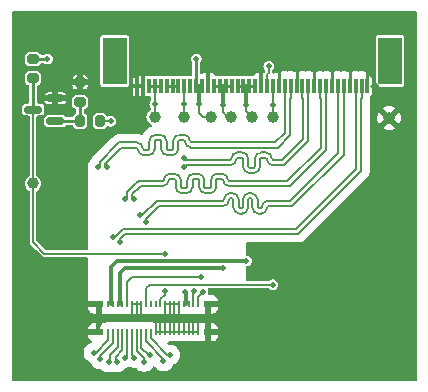
<source format=gbr>
%TF.GenerationSoftware,KiCad,Pcbnew,8.0.0*%
%TF.CreationDate,2024-03-06T23:01:12+04:00*%
%TF.ProjectId,gbc-cm4-aio-flex,6762632d-636d-4342-9d61-696f2d666c65,rev?*%
%TF.SameCoordinates,Original*%
%TF.FileFunction,Copper,L1,Top*%
%TF.FilePolarity,Positive*%
%FSLAX46Y46*%
G04 Gerber Fmt 4.6, Leading zero omitted, Abs format (unit mm)*
G04 Created by KiCad (PCBNEW 8.0.0) date 2024-03-06 23:01:12*
%MOMM*%
%LPD*%
G01*
G04 APERTURE LIST*
G04 Aperture macros list*
%AMRoundRect*
0 Rectangle with rounded corners*
0 $1 Rounding radius*
0 $2 $3 $4 $5 $6 $7 $8 $9 X,Y pos of 4 corners*
0 Add a 4 corners polygon primitive as box body*
4,1,4,$2,$3,$4,$5,$6,$7,$8,$9,$2,$3,0*
0 Add four circle primitives for the rounded corners*
1,1,$1+$1,$2,$3*
1,1,$1+$1,$4,$5*
1,1,$1+$1,$6,$7*
1,1,$1+$1,$8,$9*
0 Add four rect primitives between the rounded corners*
20,1,$1+$1,$2,$3,$4,$5,0*
20,1,$1+$1,$4,$5,$6,$7,0*
20,1,$1+$1,$6,$7,$8,$9,0*
20,1,$1+$1,$8,$9,$2,$3,0*%
G04 Aperture macros list end*
%TA.AperFunction,SMDPad,CuDef*%
%ADD10R,0.750000X0.550000*%
%TD*%
%TA.AperFunction,SMDPad,CuDef*%
%ADD11R,0.220000X0.500000*%
%TD*%
%TA.AperFunction,SMDPad,CuDef*%
%ADD12R,0.300000X1.300000*%
%TD*%
%TA.AperFunction,SMDPad,CuDef*%
%ADD13R,2.000000X4.000000*%
%TD*%
%TA.AperFunction,SMDPad,CuDef*%
%ADD14C,1.000000*%
%TD*%
%TA.AperFunction,SMDPad,CuDef*%
%ADD15RoundRect,0.200000X0.200000X0.275000X-0.200000X0.275000X-0.200000X-0.275000X0.200000X-0.275000X0*%
%TD*%
%TA.AperFunction,SMDPad,CuDef*%
%ADD16RoundRect,0.200000X-0.275000X0.200000X-0.275000X-0.200000X0.275000X-0.200000X0.275000X0.200000X0*%
%TD*%
%TA.AperFunction,SMDPad,CuDef*%
%ADD17RoundRect,0.150000X0.587500X0.150000X-0.587500X0.150000X-0.587500X-0.150000X0.587500X-0.150000X0*%
%TD*%
%TA.AperFunction,SMDPad,CuDef*%
%ADD18RoundRect,0.200000X0.275000X-0.200000X0.275000X0.200000X-0.275000X0.200000X-0.275000X-0.200000X0*%
%TD*%
%TA.AperFunction,ViaPad*%
%ADD19C,0.500000*%
%TD*%
%TA.AperFunction,Conductor*%
%ADD20C,0.200000*%
%TD*%
%TA.AperFunction,Conductor*%
%ADD21C,0.150000*%
%TD*%
%TA.AperFunction,Conductor*%
%ADD22C,0.180000*%
%TD*%
%TA.AperFunction,Conductor*%
%ADD23C,0.250000*%
%TD*%
%TA.AperFunction,Conductor*%
%ADD24C,0.350000*%
%TD*%
G04 APERTURE END LIST*
D10*
%TO.P,J2,S4,SHIELD*%
%TO.N,GND*%
X152585000Y-138715000D03*
%TO.P,J2,S3,SHIELD*%
X152585000Y-141065000D03*
%TO.P,J2,S2,SHIELD*%
X143335000Y-141065000D03*
%TO.P,J2,S1,SHIELD*%
X143335000Y-138715000D03*
D11*
%TO.P,J2,21,21*%
%TO.N,+1V8*%
X151760000Y-138690000D03*
%TO.P,J2,20,20*%
%TO.N,GND*%
X151760000Y-141090000D03*
%TO.P,J2,22,22*%
%TO.N,+5V*%
X151360000Y-138690000D03*
%TO.P,J2,19,19*%
%TO.N,GND*%
X151360000Y-141090000D03*
%TO.P,J2,23,23*%
%TO.N,+1V8*%
X150960000Y-138690000D03*
%TO.P,J2,18,18*%
%TO.N,GND*%
X150960000Y-141090000D03*
%TO.P,J2,24,24*%
%TO.N,+1V8*%
X150560000Y-138690000D03*
%TO.P,J2,17,17*%
%TO.N,GND*%
X150560000Y-141090000D03*
%TO.P,J2,25,25*%
X150160000Y-138690000D03*
%TO.P,J2,16,16*%
X150160000Y-141090000D03*
%TO.P,J2,26,26*%
X149760000Y-138690000D03*
%TO.P,J2,15,15*%
X149760000Y-141090000D03*
%TO.P,J2,27,27*%
X149360000Y-138690000D03*
%TO.P,J2,14,14*%
X149360000Y-141090000D03*
%TO.P,J2,28,28*%
X148960000Y-138690000D03*
%TO.P,J2,13,13*%
X148960000Y-141090000D03*
%TO.P,J2,29,29*%
%TO.N,/RESET*%
X148560000Y-138690000D03*
%TO.P,J2,12,12*%
%TO.N,GND*%
X148560000Y-141090000D03*
%TO.P,J2,30,30*%
%TO.N,unconnected-(J2-Pad30)*%
X148160000Y-138690000D03*
%TO.P,J2,11,11*%
%TO.N,GND*%
X148160000Y-141090000D03*
%TO.P,J2,31,31*%
%TO.N,unconnected-(J2-Pad31)*%
X147760000Y-138690000D03*
%TO.P,J2,10,10*%
%TO.N,/D2_P*%
X147760000Y-141090000D03*
%TO.P,J2,32,32*%
%TO.N,/PWM*%
X147360000Y-138690000D03*
%TO.P,J2,9,9*%
%TO.N,/D2_N*%
X147360000Y-141090000D03*
%TO.P,J2,33,33*%
%TO.N,GND*%
X146960000Y-138690000D03*
%TO.P,J2,8,8*%
%TO.N,/D1_P*%
X146960000Y-141090000D03*
%TO.P,J2,34,34*%
%TO.N,GND*%
X146560000Y-138690000D03*
%TO.P,J2,7,7*%
%TO.N,/D1_N*%
X146560000Y-141090000D03*
%TO.P,J2,35,35*%
%TO.N,GND*%
X146160000Y-138690000D03*
%TO.P,J2,6,6*%
%TO.N,/CLK_P*%
X146160000Y-141090000D03*
%TO.P,J2,36,36*%
%TO.N,-5V*%
X145760000Y-138690000D03*
%TO.P,J2,5,5*%
%TO.N,/CLK_N*%
X145760000Y-141090000D03*
%TO.P,J2,37,37*%
%TO.N,/LCD_K*%
X145360000Y-138690000D03*
%TO.P,J2,4,4*%
%TO.N,/D0_P*%
X145360000Y-141090000D03*
%TO.P,J2,38,38*%
%TO.N,/LCD_K*%
X144960000Y-138690000D03*
%TO.P,J2,3,3*%
%TO.N,/D0_N*%
X144960000Y-141090000D03*
%TO.P,J2,39,39*%
%TO.N,/LCD_A*%
X144560000Y-138690000D03*
%TO.P,J2,2,2*%
%TO.N,/D3_P*%
X144560000Y-141090000D03*
%TO.P,J2,40,40*%
%TO.N,/LCD_A*%
X144160000Y-138690000D03*
%TO.P,J2,1,1*%
%TO.N,/D3_N*%
X144160000Y-141090000D03*
%TD*%
D12*
%TO.P,J3,1,Pin_1*%
%TO.N,GND*%
X166100000Y-120250000D03*
%TO.P,J3,2,Pin_2*%
%TO.N,/D0_P*%
X165600000Y-120250000D03*
%TO.P,J3,3,Pin_3*%
%TO.N,/D0_N*%
X165100000Y-120250000D03*
%TO.P,J3,5,Pin_5*%
%TO.N,/D1_P*%
X164100000Y-120250000D03*
%TO.P,J3,6,Pin_6*%
%TO.N,/D1_N*%
X163600000Y-120250000D03*
%TO.P,J3,7,Pin_7*%
%TO.N,GND*%
X163100000Y-120250000D03*
%TO.P,J3,8,Pin_8*%
%TO.N,/CLK_P*%
X162600000Y-120250000D03*
%TO.P,J3,9,Pin_9*%
%TO.N,/CLK_N*%
X162100000Y-120250000D03*
%TO.P,J3,10,Pin_10*%
%TO.N,GND*%
X161600000Y-120250000D03*
%TO.P,J3,11,Pin_11*%
%TO.N,/D2_P*%
X161100000Y-120250000D03*
%TO.P,J3,12,Pin_12*%
%TO.N,/D2_N*%
X160600000Y-120250000D03*
%TO.P,J3,13,Pin_13*%
%TO.N,GND*%
X160100000Y-120250000D03*
%TO.P,J3,14,Pin_14*%
%TO.N,/D3_P*%
X159600000Y-120250000D03*
%TO.P,J3,15,Pin_15*%
%TO.N,/D3_N*%
X159100000Y-120250000D03*
%TO.P,J3,16,Pin_16*%
%TO.N,GND*%
X158600000Y-120250000D03*
%TO.P,J3,17,Pin_17*%
%TO.N,/PWM*%
X158100000Y-120250000D03*
%TO.P,J3,18,Pin_18*%
%TO.N,Net-(J3-Pin_18)*%
X157600000Y-120250000D03*
%TO.P,J3,19,Pin_19*%
%TO.N,GND*%
X157100000Y-120250000D03*
%TO.P,J3,20,Pin_20*%
%TO.N,/LCD_A*%
X156600000Y-120250000D03*
%TO.P,J3,21,Pin_21*%
X156100000Y-120250000D03*
%TO.P,J3,22,Pin_22*%
X155600000Y-120250000D03*
%TO.P,J3,23,Pin_23*%
X155100000Y-120250000D03*
%TO.P,J3,24,Pin_24*%
%TO.N,/LCD_K*%
X154600000Y-120250000D03*
%TO.P,J3,25,Pin_25*%
X154100000Y-120250000D03*
%TO.P,J3,26,Pin_26*%
X153600000Y-120250000D03*
%TO.P,J3,27,Pin_27*%
X153100000Y-120250000D03*
%TO.P,J3,28,Pin_28*%
%TO.N,GND*%
X152600000Y-120250000D03*
%TO.P,J3,29,Pin_29*%
%TO.N,+1V8*%
X152100000Y-120250000D03*
%TO.P,J3,30,Pin_30*%
X151600000Y-120250000D03*
%TO.P,J3,31,Pin_31*%
%TO.N,unconnected-(J3-Pin_31-Pad31)*%
X151100000Y-120250000D03*
%TO.P,J3,32,Pin_32*%
%TO.N,-5V*%
X150600000Y-120250000D03*
%TO.P,J3,33,Pin_33*%
%TO.N,unconnected-(J3-Pin_33-Pad33)*%
X150100000Y-120250000D03*
%TO.P,J3,34,Pin_34*%
%TO.N,unconnected-(J3-Pin_34-Pad34)*%
X149600000Y-120250000D03*
%TO.P,J3,35,Pin_35*%
%TO.N,unconnected-(J3-Pin_35-Pad35)*%
X149100000Y-120250000D03*
%TO.P,J3,36,Pin_36*%
%TO.N,+5V*%
X148600000Y-120250000D03*
%TO.P,J3,37,Pin_37*%
X148100000Y-120250000D03*
%TO.P,J3,38,Pin_38*%
X147600000Y-120250000D03*
%TO.P,J3,39,Pin_39*%
%TO.N,GND*%
X147100000Y-120250000D03*
%TO.P,J3,40,Pin_40*%
X146600000Y-120250000D03*
D13*
%TO.P,J3,MP*%
%TO.N,N/C*%
X168000000Y-118100000D03*
X144700000Y-118100000D03*
D12*
%TO.P,J3,b*%
X164600000Y-120250000D03*
%TD*%
D14*
%TO.P,RST1,1,1*%
%TO.N,/RESET*%
X137790000Y-128480000D03*
%TD*%
%TO.P,K1,1,1*%
%TO.N,/LCD_K*%
X154590000Y-122850000D03*
%TD*%
%TO.P,A1,1,1*%
%TO.N,/LCD_A*%
X156360000Y-122840000D03*
%TD*%
%TO.P,PWM1,1,1*%
%TO.N,/PWM*%
X158100000Y-122820000D03*
%TD*%
D15*
%TO.P,R3,1*%
%TO.N,Net-(J3-Pin_18)*%
X143440000Y-123210000D03*
%TO.P,R3,2*%
%TO.N,Net-(Q1-B)*%
X141790000Y-123210000D03*
%TD*%
D16*
%TO.P,R2,1*%
%TO.N,GND*%
X141790000Y-119920000D03*
%TO.P,R2,2*%
%TO.N,Net-(Q1-B)*%
X141790000Y-121570000D03*
%TD*%
D14*
%TO.P,1V8,1,1*%
%TO.N,+1V8*%
X152820000Y-122810000D03*
%TD*%
D17*
%TO.P,Q1,1,B*%
%TO.N,Net-(Q1-B)*%
X139680000Y-123170000D03*
%TO.P,Q1,2,E*%
%TO.N,GND*%
X139680000Y-121270000D03*
%TO.P,Q1,3,C*%
%TO.N,/RESET*%
X137805000Y-122220000D03*
%TD*%
D14*
%TO.P,+5V1,1,1*%
%TO.N,+5V*%
X148100000Y-122840000D03*
%TD*%
D18*
%TO.P,R1,1*%
%TO.N,/RESET*%
X137800000Y-119580000D03*
%TO.P,R1,2*%
%TO.N,+1V8*%
X137800000Y-117930000D03*
%TD*%
D14*
%TO.P,GND1,1,1*%
%TO.N,GND*%
X167930000Y-122930000D03*
%TD*%
%TO.P,-5V1,1,1*%
%TO.N,-5V*%
X150610000Y-122830000D03*
%TD*%
D19*
%TO.N,GND*%
X167940000Y-122940000D03*
X166750000Y-121510000D03*
X166720000Y-122720000D03*
X166750000Y-123960000D03*
X166710000Y-125190000D03*
X166700000Y-126570000D03*
X166440000Y-128030000D03*
X165750000Y-128770000D03*
X165050000Y-129570000D03*
X164290000Y-130240000D03*
X163580000Y-131000000D03*
X162870000Y-131720000D03*
X162140000Y-132610000D03*
X161330000Y-133410000D03*
X160100000Y-133840000D03*
X158840000Y-133850000D03*
X153250000Y-142140000D03*
X153890000Y-141540000D03*
X153890000Y-140400000D03*
X153840000Y-139230000D03*
X153820000Y-138250000D03*
X153240000Y-137620000D03*
X147100000Y-122760000D03*
X146530000Y-123870000D03*
X145380000Y-123920000D03*
X144270000Y-124240000D03*
X143460000Y-125000000D03*
X142690000Y-125740000D03*
X142120000Y-126600000D03*
X142090000Y-127940000D03*
X142000000Y-129020000D03*
X142000000Y-130040000D03*
X142000000Y-130950000D03*
X141990000Y-131900000D03*
X142010000Y-132740000D03*
X142050000Y-133710000D03*
X142050000Y-135070000D03*
X142050000Y-136040000D03*
X142070000Y-137090000D03*
X142040000Y-137990000D03*
X142150000Y-138960000D03*
X142130000Y-139930000D03*
X142020000Y-140980000D03*
X152450000Y-142180000D03*
X151320000Y-142210000D03*
X150340000Y-142210000D03*
X150640000Y-143380000D03*
X150120000Y-144190000D03*
X149320000Y-144680000D03*
X148030000Y-144500000D03*
X146970000Y-144790000D03*
X145910000Y-144590000D03*
X145130000Y-144880000D03*
X143980000Y-144900000D03*
X143030000Y-144630000D03*
X142320000Y-144080000D03*
X141750000Y-143320000D03*
X141640000Y-142530000D03*
X142070000Y-141910000D03*
%TO.N,Net-(J3-Pin_18)*%
X144360000Y-123210000D03*
X157750000Y-118560000D03*
%TO.N,+5V*%
X148100000Y-121780000D03*
%TO.N,/RESET*%
X148940000Y-137580000D03*
X148950000Y-134410000D03*
%TO.N,+1V8*%
X151850000Y-121770000D03*
X150640000Y-137670000D03*
%TO.N,+5V*%
X151430000Y-137590000D03*
%TO.N,+1V8*%
X152180000Y-137670000D03*
%TO.N,-5V*%
X152030000Y-136380000D03*
X150600000Y-121770000D03*
%TO.N,/PWM*%
X158100000Y-121820000D03*
X158100000Y-137050000D03*
%TO.N,/LCD_A*%
X155860000Y-121820000D03*
X155860000Y-135040000D03*
%TO.N,/LCD_K*%
X153840000Y-121820000D03*
X153840000Y-135630000D03*
%TO.N,/D3_P*%
X144035070Y-127049620D03*
%TO.N,/D3_N*%
X143285070Y-127049620D03*
%TO.N,/D2_P*%
X150583199Y-127091278D03*
%TO.N,/D2_N*%
X150583199Y-126341278D03*
%TO.N,/D0_P*%
X144928622Y-143614527D03*
%TO.N,/D0_N*%
X144178622Y-143614527D03*
X144540000Y-132980000D03*
%TO.N,/D0_P*%
X145155166Y-133435166D03*
%TO.N,/D1_P*%
X147725166Y-143044834D03*
%TO.N,/D1_N*%
X147194834Y-143575166D03*
%TO.N,/D1_P*%
X147335166Y-131705166D03*
%TO.N,/D1_N*%
X146804834Y-131174834D03*
%TO.N,/CLK_P*%
X146355000Y-143240000D03*
%TO.N,/CLK_N*%
X145605000Y-143240000D03*
X145605000Y-129790000D03*
%TO.N,/CLK_P*%
X146355000Y-129790000D03*
%TO.N,/D2_N*%
X148833448Y-143519915D03*
%TO.N,/D2_P*%
X149363780Y-142989583D03*
%TO.N,/D3_N*%
X142917339Y-142802421D03*
%TO.N,/D3_P*%
X143447671Y-143332753D03*
%TO.N,GND*%
X166100000Y-118810000D03*
X146600000Y-121500000D03*
X161600000Y-118810000D03*
X158600000Y-118810000D03*
X163100000Y-118810000D03*
X147100000Y-121500000D03*
X152600000Y-119000000D03*
X166800000Y-120200000D03*
X157100000Y-119000000D03*
X164600000Y-118810000D03*
X160100000Y-118810000D03*
%TO.N,+1V8*%
X139010000Y-117930000D03*
X151610000Y-117930000D03*
%TD*%
D20*
%TO.N,-5V*%
X152030000Y-136380000D02*
X146160000Y-136380000D01*
X146160000Y-136380000D02*
X145760000Y-136780000D01*
X145760000Y-136780000D02*
X145760000Y-138690000D01*
D21*
%TO.N,/RESET*%
X137800000Y-133460000D02*
X137800000Y-121550000D01*
X138750000Y-134410000D02*
X137800000Y-133460000D01*
X148950000Y-134410000D02*
X138750000Y-134410000D01*
X148940000Y-137900000D02*
X148560000Y-138280000D01*
X148940000Y-137580000D02*
X148940000Y-137900000D01*
X148560000Y-138280000D02*
X148560000Y-138690000D01*
D20*
%TO.N,/D3_P*%
X145246600Y-125461600D02*
X143885071Y-126823129D01*
X159600000Y-121225001D02*
X159575000Y-121250001D01*
X150090000Y-124995000D02*
X150090000Y-125545000D01*
X150540000Y-124795000D02*
X150190000Y-124795000D01*
%TO.N,/D3_N*%
X146190000Y-124995000D02*
X145076800Y-124995000D01*
X144928400Y-125143400D02*
X143435069Y-126636731D01*
%TO.N,/D3_P*%
X148640000Y-125445000D02*
X148640000Y-124895000D01*
%TO.N,/D3_N*%
X147640000Y-124995000D02*
X147640000Y-125545000D01*
%TO.N,/D3_P*%
X159575000Y-121250001D02*
X159575000Y-124363200D01*
X159575000Y-124363200D02*
X158493200Y-125445000D01*
X158493200Y-125445000D02*
X151190000Y-125445000D01*
%TO.N,/D3_N*%
X143435069Y-126636731D02*
X143435069Y-126899621D01*
X158306800Y-124995000D02*
X151190000Y-124995000D01*
%TO.N,/D3_P*%
X148640000Y-125545000D02*
X148640000Y-125445000D01*
%TO.N,/D3_N*%
X149640000Y-124995000D02*
X149640000Y-125545000D01*
X159100000Y-120250000D02*
X159100000Y-121225001D01*
%TO.N,/D3_P*%
X148540000Y-124795000D02*
X148190000Y-124795000D01*
X148090000Y-124895000D02*
X148090000Y-124995000D01*
X149540000Y-126095000D02*
X149190000Y-126095000D01*
X148090000Y-124995000D02*
X148090000Y-125545000D01*
%TO.N,/D3_N*%
X149640000Y-124895000D02*
X149640000Y-124995000D01*
%TO.N,/D3_P*%
X147540000Y-126095000D02*
X147190000Y-126095000D01*
X146540000Y-125445000D02*
X146190000Y-125445000D01*
X146190000Y-125445000D02*
X145263200Y-125445000D01*
X145263200Y-125445000D02*
X145246600Y-125461600D01*
X143885071Y-126823129D02*
X143885071Y-126899621D01*
X143885071Y-126899621D02*
X144035070Y-127049620D01*
%TO.N,/D3_N*%
X159125000Y-124176800D02*
X158306800Y-124995000D01*
X159100000Y-121225001D02*
X159125000Y-121250001D01*
%TO.N,/D3_P*%
X150090000Y-124895000D02*
X150090000Y-124995000D01*
X159600000Y-120250000D02*
X159600000Y-121225001D01*
%TO.N,/D3_N*%
X145076800Y-124995000D02*
X144928400Y-125143400D01*
X159125000Y-121250001D02*
X159125000Y-124176800D01*
X150540000Y-124345000D02*
X150190000Y-124345000D01*
X149540000Y-125645000D02*
X149190000Y-125645000D01*
X147640000Y-124895000D02*
X147640000Y-124995000D01*
X149090000Y-125545000D02*
X149090000Y-125445000D01*
X149090000Y-125445000D02*
X149090000Y-124895000D01*
X148540000Y-124345000D02*
X148190000Y-124345000D01*
X147540000Y-125645000D02*
X147190000Y-125645000D01*
X146540000Y-124995000D02*
X146190000Y-124995000D01*
X143435069Y-126899621D02*
X143285070Y-127049620D01*
%TO.N,/D3_P*%
X150090000Y-125545000D02*
G75*
G02*
X149540000Y-126095000I-550000J0D01*
G01*
X149190000Y-126095000D02*
G75*
G02*
X148640000Y-125545000I0J550000D01*
G01*
X150190000Y-124795000D02*
G75*
G03*
X150090000Y-124895000I0J-100000D01*
G01*
X148090000Y-125545000D02*
G75*
G02*
X147540000Y-126095000I-550000J0D01*
G01*
X147190000Y-126095000D02*
G75*
G02*
X146640000Y-125545000I0J550000D01*
G01*
X148640000Y-124895000D02*
G75*
G03*
X148540000Y-124795000I-100000J0D01*
G01*
X146640000Y-125545000D02*
G75*
G03*
X146540000Y-125445000I-100000J0D01*
G01*
X150640000Y-124895000D02*
G75*
G03*
X150540000Y-124795000I-100000J0D01*
G01*
X148190000Y-124795000D02*
G75*
G03*
X148090000Y-124895000I0J-100000D01*
G01*
%TO.N,/D3_N*%
X149640000Y-125545000D02*
G75*
G02*
X149540000Y-125645000I-100000J0D01*
G01*
X149190000Y-125645000D02*
G75*
G02*
X149090000Y-125545000I0J100000D01*
G01*
X150190000Y-124345000D02*
G75*
G03*
X149640000Y-124895000I0J-550000D01*
G01*
X149090000Y-124895000D02*
G75*
G03*
X148540000Y-124345000I-550000J0D01*
G01*
X147640000Y-125545000D02*
G75*
G02*
X147540000Y-125645000I-100000J0D01*
G01*
X147190000Y-125645000D02*
G75*
G02*
X147090000Y-125545000I0J100000D01*
G01*
X151190000Y-124995000D02*
G75*
G02*
X151090000Y-124895000I0J100000D01*
G01*
X151090000Y-124895000D02*
G75*
G03*
X150540000Y-124345000I-550000J0D01*
G01*
X148190000Y-124345000D02*
G75*
G03*
X147640000Y-124895000I0J-550000D01*
G01*
X147090000Y-125545000D02*
G75*
G03*
X146540000Y-124995000I-550000J0D01*
G01*
%TO.N,/D3_P*%
X151190000Y-125445000D02*
G75*
G02*
X150640000Y-124895000I0J550000D01*
G01*
D21*
%TO.N,-5V*%
X150610000Y-122830000D02*
X150610000Y-121780000D01*
X150610000Y-121780000D02*
X150600000Y-121770000D01*
%TO.N,+5V*%
X148100000Y-122840000D02*
X148100000Y-121780000D01*
D20*
%TO.N,/D1_P*%
X151002023Y-130395000D02*
X148433200Y-130395000D01*
%TO.N,/D1_N*%
X155550000Y-129845000D02*
X155550000Y-129945000D01*
X155200000Y-130495000D02*
X155200000Y-130395000D01*
%TO.N,/D1_P*%
X147335166Y-131493033D02*
X147335166Y-131705166D01*
X164075000Y-121250001D02*
X164075000Y-126073200D01*
%TO.N,/D1_N*%
X155550000Y-129945000D02*
X155550000Y-130495000D01*
%TO.N,/D1_P*%
X156000000Y-129945000D02*
X156000000Y-130495000D01*
X164100000Y-120250000D02*
X164100000Y-121225001D01*
X154750000Y-130495000D02*
X154750000Y-130395000D01*
X156350000Y-130495000D02*
X156350000Y-130395000D01*
%TO.N,/D1_N*%
X163600000Y-121225001D02*
X163625000Y-121250001D01*
%TO.N,/D1_P*%
X164100000Y-121225001D02*
X164075000Y-121250001D01*
X154650000Y-129745000D02*
X154500000Y-129745000D01*
X154750000Y-130395000D02*
X154750000Y-129845000D01*
X153700000Y-130395000D02*
X151002023Y-130395000D01*
X155450000Y-131045000D02*
X155300000Y-131045000D01*
%TO.N,/D1_N*%
X163625000Y-125886800D02*
X159566800Y-129945000D01*
X163625000Y-121250001D02*
X163625000Y-125886800D01*
%TO.N,/D1_P*%
X148433200Y-130395000D02*
X147335166Y-131493033D01*
%TO.N,/D1_N*%
X151002023Y-129945000D02*
X148246800Y-129945000D01*
X157050000Y-130595000D02*
X156900000Y-130595000D01*
%TO.N,/D1_P*%
X157050000Y-131045000D02*
X156900000Y-131045000D01*
%TO.N,/D1_N*%
X148246800Y-129945000D02*
X147016967Y-131174834D01*
%TO.N,/D1_P*%
X153850000Y-130395000D02*
X153700000Y-130395000D01*
X156000000Y-129845000D02*
X156000000Y-129945000D01*
%TO.N,/D1_N*%
X163600000Y-120250000D02*
X163600000Y-121225001D01*
%TO.N,/D1_P*%
X164075000Y-126073200D02*
X159753200Y-130395000D01*
X159753200Y-130395000D02*
X157700000Y-130395000D01*
%TO.N,/D1_N*%
X155200000Y-130395000D02*
X155200000Y-129845000D01*
%TO.N,/D1_P*%
X156250000Y-129745000D02*
X156100000Y-129745000D01*
%TO.N,/D1_N*%
X156800000Y-130495000D02*
X156800000Y-130395000D01*
%TO.N,/D1_P*%
X156350000Y-130395000D02*
X156350000Y-129845000D01*
%TO.N,/D1_N*%
X147016967Y-131174834D02*
X146804834Y-131174834D01*
X159566800Y-129945000D02*
X157700000Y-129945000D01*
X153700000Y-129945000D02*
X151002023Y-129945000D01*
X154650000Y-129295000D02*
X154500000Y-129295000D01*
X155450000Y-130595000D02*
X155300000Y-130595000D01*
X156250000Y-129295000D02*
X156100000Y-129295000D01*
X153850000Y-129945000D02*
X153700000Y-129945000D01*
X156800000Y-130395000D02*
X156800000Y-129845000D01*
%TO.N,/D1_P*%
X157700000Y-130395000D02*
G75*
G03*
X157600000Y-130495000I0J-100000D01*
G01*
X156350000Y-129845000D02*
G75*
G03*
X156250000Y-129745000I-100000J0D01*
G01*
X156100000Y-129745000D02*
G75*
G03*
X156000000Y-129845000I0J-100000D01*
G01*
%TO.N,/D1_N*%
X155300000Y-130595000D02*
G75*
G02*
X155200000Y-130495000I0J100000D01*
G01*
%TO.N,/D1_P*%
X156900000Y-131045000D02*
G75*
G02*
X156350000Y-130495000I0J550000D01*
G01*
X154500000Y-129745000D02*
G75*
G03*
X154400000Y-129845000I0J-100000D01*
G01*
X154400000Y-129845000D02*
G75*
G02*
X153850000Y-130395000I-550000J0D01*
G01*
X156000000Y-130495000D02*
G75*
G02*
X155450000Y-131045000I-550000J0D01*
G01*
X157600000Y-130495000D02*
G75*
G02*
X157050000Y-131045000I-550000J0D01*
G01*
X155300000Y-131045000D02*
G75*
G02*
X154750000Y-130495000I0J550000D01*
G01*
%TO.N,/D1_N*%
X157700000Y-129945000D02*
G75*
G03*
X157150000Y-130495000I0J-550000D01*
G01*
%TO.N,/D1_P*%
X154750000Y-129845000D02*
G75*
G03*
X154650000Y-129745000I-100000J0D01*
G01*
%TO.N,/D1_N*%
X156900000Y-130595000D02*
G75*
G02*
X156800000Y-130495000I0J100000D01*
G01*
X156800000Y-129845000D02*
G75*
G03*
X156250000Y-129295000I-550000J0D01*
G01*
X156100000Y-129295000D02*
G75*
G03*
X155550000Y-129845000I0J-550000D01*
G01*
X155550000Y-130495000D02*
G75*
G02*
X155450000Y-130595000I-100000J0D01*
G01*
X155200000Y-129845000D02*
G75*
G03*
X154650000Y-129295000I-550000J0D01*
G01*
X157150000Y-130495000D02*
G75*
G02*
X157050000Y-130595000I-100000J0D01*
G01*
X154500000Y-129295000D02*
G75*
G03*
X153950000Y-129845000I0J-550000D01*
G01*
X153950000Y-129845000D02*
G75*
G02*
X153850000Y-129945000I-100000J0D01*
G01*
D22*
%TO.N,/CLK_P*%
X149770000Y-128085000D02*
X149380000Y-128085000D01*
X153290000Y-128265000D02*
X153290000Y-128785000D01*
X159509056Y-128695000D02*
X154380000Y-128695000D01*
%TO.N,/CLK_N*%
X152290000Y-128695000D02*
X152290000Y-128175000D01*
X151770000Y-127655000D02*
X151380000Y-127655000D01*
X145765000Y-129230944D02*
X145765000Y-129630000D01*
%TO.N,/CLK_P*%
X148770000Y-128695000D02*
X148380000Y-128695000D01*
X162565000Y-121260001D02*
X162565000Y-125639056D01*
%TO.N,/CLK_N*%
X162135000Y-125460944D02*
X159330944Y-128265000D01*
X150290000Y-128785000D02*
X150290000Y-128695000D01*
%TO.N,/CLK_P*%
X162600000Y-121225001D02*
X162565000Y-121260001D01*
%TO.N,/CLK_N*%
X152860000Y-128265000D02*
X152860000Y-128785000D01*
%TO.N,/CLK_P*%
X150770000Y-129305000D02*
X150380000Y-129305000D01*
X151860000Y-128785000D02*
X151860000Y-128695000D01*
X153290000Y-128175000D02*
X153290000Y-128265000D01*
X153770000Y-128085000D02*
X153380000Y-128085000D01*
X146909056Y-128695000D02*
X146842028Y-128762028D01*
X152770000Y-129305000D02*
X152380000Y-129305000D01*
%TO.N,/CLK_N*%
X146730944Y-128265000D02*
X146537972Y-128457972D01*
%TO.N,/CLK_P*%
X149860000Y-128785000D02*
X149860000Y-128695000D01*
%TO.N,/CLK_N*%
X150770000Y-128875000D02*
X150380000Y-128875000D01*
%TO.N,/CLK_P*%
X146195000Y-129630000D02*
X146355000Y-129790000D01*
X151860000Y-128695000D02*
X151860000Y-128175000D01*
X151770000Y-128085000D02*
X151380000Y-128085000D01*
%TO.N,/CLK_N*%
X150860000Y-128175000D02*
X150860000Y-128265000D01*
%TO.N,/CLK_P*%
X151290000Y-128175000D02*
X151290000Y-128265000D01*
X151290000Y-128265000D02*
X151290000Y-128785000D01*
X149860000Y-128695000D02*
X149860000Y-128175000D01*
X148380000Y-128695000D02*
X146909056Y-128695000D01*
%TO.N,/CLK_N*%
X159330944Y-128265000D02*
X154380000Y-128265000D01*
%TO.N,/CLK_P*%
X146842028Y-128762028D02*
X146195000Y-129409056D01*
X162565000Y-125639056D02*
X159509056Y-128695000D01*
%TO.N,/CLK_N*%
X152770000Y-128875000D02*
X152380000Y-128875000D01*
%TO.N,/CLK_P*%
X146195000Y-129409056D02*
X146195000Y-129630000D01*
%TO.N,/CLK_N*%
X162100000Y-121225001D02*
X162135000Y-121260001D01*
X162100000Y-120250000D02*
X162100000Y-121225001D01*
X162135000Y-121260001D02*
X162135000Y-125460944D01*
%TO.N,/CLK_P*%
X162600000Y-120250000D02*
X162600000Y-121225001D01*
%TO.N,/CLK_N*%
X146537972Y-128457972D02*
X145765000Y-129230944D01*
X150290000Y-128695000D02*
X150290000Y-128175000D01*
X153770000Y-127655000D02*
X153380000Y-127655000D01*
X152860000Y-128175000D02*
X152860000Y-128265000D01*
X152290000Y-128785000D02*
X152290000Y-128695000D01*
X150860000Y-128265000D02*
X150860000Y-128785000D01*
X149770000Y-127655000D02*
X149380000Y-127655000D01*
X148770000Y-128265000D02*
X148380000Y-128265000D01*
X148380000Y-128265000D02*
X146730944Y-128265000D01*
X145765000Y-129630000D02*
X145605000Y-129790000D01*
X148860000Y-128175000D02*
G75*
G02*
X148770000Y-128265000I-90000J0D01*
G01*
%TO.N,/CLK_P*%
X151860000Y-128175000D02*
G75*
G03*
X151770000Y-128085000I-90000J0D01*
G01*
%TO.N,/CLK_N*%
X150380000Y-128875000D02*
G75*
G02*
X150290000Y-128785000I0J90000D01*
G01*
%TO.N,/CLK_P*%
X150380000Y-129305000D02*
G75*
G02*
X149860000Y-128785000I0J520000D01*
G01*
%TO.N,/CLK_N*%
X149380000Y-127655000D02*
G75*
G03*
X148860000Y-128175000I0J-520000D01*
G01*
%TO.N,/CLK_P*%
X149290000Y-128175000D02*
G75*
G02*
X148770000Y-128695000I-520000J0D01*
G01*
X153860000Y-128175000D02*
G75*
G03*
X153770000Y-128085000I-90000J0D01*
G01*
%TO.N,/CLK_N*%
X152380000Y-128875000D02*
G75*
G02*
X152290000Y-128785000I0J90000D01*
G01*
X152290000Y-128175000D02*
G75*
G03*
X151770000Y-127655000I-520000J0D01*
G01*
X150860000Y-128785000D02*
G75*
G02*
X150770000Y-128875000I-90000J0D01*
G01*
%TO.N,/CLK_P*%
X153290000Y-128785000D02*
G75*
G02*
X152770000Y-129305000I-520000J0D01*
G01*
X151290000Y-128785000D02*
G75*
G02*
X150770000Y-129305000I-520000J0D01*
G01*
%TO.N,/CLK_N*%
X152860000Y-128785000D02*
G75*
G02*
X152770000Y-128875000I-90000J0D01*
G01*
X151380000Y-127655000D02*
G75*
G03*
X150860000Y-128175000I0J-520000D01*
G01*
%TO.N,/CLK_P*%
X153380000Y-128085000D02*
G75*
G03*
X153290000Y-128175000I0J-90000D01*
G01*
%TO.N,/CLK_N*%
X154290000Y-128175000D02*
G75*
G03*
X153770000Y-127655000I-520000J0D01*
G01*
X154380000Y-128265000D02*
G75*
G02*
X154290000Y-128175000I0J90000D01*
G01*
%TO.N,/CLK_P*%
X149860000Y-128175000D02*
G75*
G03*
X149770000Y-128085000I-90000J0D01*
G01*
X152380000Y-129305000D02*
G75*
G02*
X151860000Y-128785000I0J520000D01*
G01*
X154380000Y-128695000D02*
G75*
G02*
X153860000Y-128175000I0J520000D01*
G01*
X151380000Y-128085000D02*
G75*
G03*
X151290000Y-128175000I0J-90000D01*
G01*
%TO.N,/CLK_N*%
X153380000Y-127655000D02*
G75*
G03*
X152860000Y-128175000I0J-520000D01*
G01*
X150290000Y-128175000D02*
G75*
G03*
X149770000Y-127655000I-520000J0D01*
G01*
%TO.N,/CLK_P*%
X149380000Y-128085000D02*
G75*
G03*
X149290000Y-128175000I0J-90000D01*
G01*
D21*
%TO.N,/LCD_K*%
X153840000Y-121820000D02*
X153840000Y-122440000D01*
X153840000Y-122440000D02*
X154250000Y-122850000D01*
X154250000Y-122850000D02*
X154590000Y-122850000D01*
%TO.N,+1V8*%
X151850000Y-121770000D02*
X151850000Y-122520000D01*
X152140000Y-122810000D02*
X152820000Y-122810000D01*
X151850000Y-122520000D02*
X152140000Y-122810000D01*
%TO.N,/LCD_A*%
X155860000Y-121820000D02*
X155860000Y-122340000D01*
X155860000Y-122340000D02*
X156360000Y-122840000D01*
%TO.N,/PWM*%
X158100000Y-122820000D02*
X158100000Y-121820000D01*
D20*
%TO.N,/D2_P*%
X161100000Y-120250000D02*
X161100000Y-121225001D01*
%TO.N,/D2_N*%
X156569998Y-126391277D02*
X156569998Y-126491277D01*
X153111855Y-126491277D02*
X150733198Y-126491277D01*
%TO.N,/D2_P*%
X161075000Y-124883200D02*
X159016921Y-126941279D01*
X161075000Y-121250001D02*
X161075000Y-124883200D01*
X156469998Y-127591281D02*
X156120000Y-127591281D01*
X154469998Y-126941279D02*
X154120000Y-126941279D01*
X150733198Y-126941279D02*
X150583199Y-127091278D01*
X155569998Y-126941279D02*
X155569998Y-126391277D01*
X155469998Y-126291277D02*
X155120000Y-126291277D01*
%TO.N,/D2_N*%
X160625000Y-124696800D02*
X158830523Y-126491277D01*
X150733198Y-126491277D02*
X150583199Y-126341278D01*
%TO.N,/D2_P*%
X155569998Y-127041279D02*
X155569998Y-126941279D01*
%TO.N,/D2_N*%
X160600000Y-121225001D02*
X160625000Y-121250001D01*
X158830523Y-126491277D02*
X158120000Y-126491277D01*
X160625000Y-121250001D02*
X160625000Y-124696800D01*
%TO.N,/D2_P*%
X153111855Y-126941279D02*
X150733198Y-126941279D01*
%TO.N,/D2_N*%
X156569998Y-126491277D02*
X156569998Y-127041279D01*
X156020000Y-127041279D02*
X156020000Y-126941279D01*
X155469998Y-125841275D02*
X155120000Y-125841275D01*
%TO.N,/D2_P*%
X161100000Y-121225001D02*
X161075000Y-121250001D01*
X157020000Y-126491277D02*
X157020000Y-127041279D01*
X157469998Y-126291277D02*
X157120000Y-126291277D01*
%TO.N,/D2_N*%
X156469998Y-127141279D02*
X156120000Y-127141279D01*
X154469998Y-126491277D02*
X154120000Y-126491277D01*
X157469998Y-125841275D02*
X157120000Y-125841275D01*
%TO.N,/D2_P*%
X157020000Y-126391277D02*
X157020000Y-126491277D01*
%TO.N,/D2_N*%
X160600000Y-120250000D02*
X160600000Y-121225001D01*
X154120000Y-126491277D02*
X153111855Y-126491277D01*
X156020000Y-126941279D02*
X156020000Y-126391277D01*
%TO.N,/D2_P*%
X159016921Y-126941279D02*
X158120000Y-126941279D01*
X154120000Y-126941279D02*
X153111855Y-126941279D01*
%TO.N,/D2_N*%
X156569998Y-127041279D02*
G75*
G02*
X156469998Y-127141298I-99998J-21D01*
G01*
X155120000Y-125841275D02*
G75*
G03*
X154569975Y-126391277I0J-550025D01*
G01*
X154569998Y-126391277D02*
G75*
G02*
X154469998Y-126491298I-99998J-23D01*
G01*
X156020000Y-126391277D02*
G75*
G03*
X155469998Y-125841300I-550000J-23D01*
G01*
%TO.N,/D2_P*%
X155569998Y-126391277D02*
G75*
G03*
X155469998Y-126291302I-99998J-23D01*
G01*
X156120000Y-127591281D02*
G75*
G02*
X155570019Y-127041279I0J549981D01*
G01*
X155120000Y-126291277D02*
G75*
G03*
X155019977Y-126391277I0J-100023D01*
G01*
X158120000Y-126941279D02*
G75*
G02*
X157570021Y-126391277I0J549979D01*
G01*
X157020000Y-127041279D02*
G75*
G02*
X156469998Y-127591300I-550000J-21D01*
G01*
X155020000Y-126391277D02*
G75*
G02*
X154469998Y-126941300I-550000J-23D01*
G01*
X157120000Y-126291277D02*
G75*
G03*
X157019977Y-126391277I0J-100023D01*
G01*
%TO.N,/D2_N*%
X158020000Y-126391277D02*
G75*
G03*
X157469998Y-125841300I-550000J-23D01*
G01*
X156120000Y-127141279D02*
G75*
G02*
X156020021Y-127041279I0J99979D01*
G01*
X157120000Y-125841275D02*
G75*
G03*
X156569975Y-126391277I0J-550025D01*
G01*
X158120000Y-126491277D02*
G75*
G02*
X158020023Y-126391277I0J99977D01*
G01*
%TO.N,/D2_P*%
X157569998Y-126391277D02*
G75*
G03*
X157469998Y-126291302I-99998J-23D01*
G01*
D21*
%TO.N,GND*%
X148160000Y-141090000D02*
X148160000Y-140070000D01*
X148560000Y-141090000D02*
X148560000Y-140150000D01*
X151760000Y-141090000D02*
X151760000Y-139970000D01*
X151360000Y-141090000D02*
X151360000Y-139890000D01*
X150960000Y-141090000D02*
X150960000Y-140010000D01*
X150560000Y-141090000D02*
X150560000Y-140040000D01*
X146160000Y-138690000D02*
X146160000Y-139680000D01*
X146560000Y-138690000D02*
X146560000Y-139780000D01*
X146960000Y-138690000D02*
X146960000Y-139840000D01*
X150160000Y-138690000D02*
X150160000Y-141090000D01*
X149760000Y-138690000D02*
X149760000Y-141090000D01*
X149360000Y-138690000D02*
X149360000Y-141090000D01*
X148960000Y-138690000D02*
X148960000Y-141090000D01*
X146160000Y-138690000D02*
X146560000Y-138690000D01*
X146560000Y-138690000D02*
X146960000Y-138690000D01*
X151760000Y-141090000D02*
X148160000Y-141090000D01*
X148960000Y-138690000D02*
X150160000Y-138690000D01*
%TO.N,+1V8*%
X152450000Y-122810000D02*
X152820000Y-122810000D01*
%TO.N,Net-(J3-Pin_18)*%
X144360000Y-123210000D02*
X143440000Y-123210000D01*
X157600000Y-119249534D02*
X157750000Y-119099534D01*
X157600000Y-120250000D02*
X157600000Y-119249534D01*
X157750000Y-119099534D02*
X157750000Y-118560000D01*
D20*
%TO.N,+5V*%
X148100000Y-121780000D02*
X148100000Y-120250000D01*
D23*
%TO.N,/RESET*%
X137800000Y-119580000D02*
X137800000Y-121550000D01*
X137800000Y-121550000D02*
X137800000Y-122215000D01*
D20*
%TO.N,-5V*%
X150600000Y-121770000D02*
X150600000Y-120250000D01*
D24*
%TO.N,+1V8*%
X151850000Y-121770000D02*
X151850000Y-120250000D01*
D23*
X151850000Y-120250000D02*
X152100000Y-120250000D01*
X151600000Y-120250000D02*
X151850000Y-120250000D01*
D21*
X150560000Y-138690000D02*
X150760000Y-138690000D01*
X150760000Y-137790000D02*
X150640000Y-137670000D01*
D24*
X150760000Y-138690000D02*
X150760000Y-137790000D01*
D21*
X150760000Y-138690000D02*
X150960000Y-138690000D01*
%TO.N,+5V*%
X151360000Y-137660000D02*
X151430000Y-137590000D01*
D20*
X151360000Y-138690000D02*
X151360000Y-137660000D01*
D21*
%TO.N,+1V8*%
X151760000Y-138090000D02*
X152180000Y-137670000D01*
X151760000Y-138690000D02*
X151760000Y-138090000D01*
%TO.N,/PWM*%
X158100000Y-137050000D02*
X147670000Y-137050000D01*
X147670000Y-137050000D02*
X147360000Y-137360000D01*
X147360000Y-137360000D02*
X147360000Y-138690000D01*
X158100000Y-120250000D02*
X158100000Y-121820000D01*
D24*
%TO.N,/LCD_A*%
X144360000Y-135540000D02*
X144860000Y-135040000D01*
X144860000Y-135040000D02*
X155860000Y-135040000D01*
X144360000Y-138690000D02*
X144360000Y-135540000D01*
D21*
X144360000Y-138690000D02*
X144560000Y-138690000D01*
D23*
X156600000Y-120250000D02*
X155860000Y-120250000D01*
D21*
X144160000Y-138690000D02*
X144360000Y-138690000D01*
D23*
X155860000Y-120250000D02*
X155100000Y-120250000D01*
D24*
X155860000Y-121820000D02*
X155860000Y-120250000D01*
D23*
%TO.N,/LCD_K*%
X153840000Y-120250000D02*
X153100000Y-120250000D01*
X154600000Y-120250000D02*
X153840000Y-120250000D01*
D24*
X153840000Y-121820000D02*
X153840000Y-120250000D01*
D21*
X145160000Y-138690000D02*
X145360000Y-138690000D01*
X144960000Y-138690000D02*
X145160000Y-138690000D01*
D24*
X145160000Y-138690000D02*
X145160000Y-136020000D01*
X145160000Y-136020000D02*
X145550000Y-135630000D01*
X145550000Y-135630000D02*
X153840000Y-135630000D01*
D20*
%TO.N,/D0_N*%
X165125000Y-121250001D02*
X165100000Y-121225001D01*
X145416801Y-132325000D02*
X160036800Y-132325000D01*
X144540000Y-132980000D02*
X144761801Y-132980000D01*
X144761801Y-132980000D02*
X145416801Y-132325000D01*
X160036800Y-132325000D02*
X165125000Y-127236800D01*
X165125000Y-127236800D02*
X165125000Y-121250001D01*
X165100000Y-121225001D02*
X165100000Y-120250000D01*
%TO.N,/D0_P*%
X165575000Y-121250001D02*
X165600000Y-121225001D01*
X145155166Y-133223033D02*
X145603199Y-132775000D01*
X145603199Y-132775000D02*
X160223200Y-132775000D01*
X160223200Y-132775000D02*
X165575000Y-127423200D01*
X165575000Y-127423200D02*
X165575000Y-121250001D01*
X145155166Y-133435166D02*
X145155166Y-133223033D01*
X165600000Y-121225001D02*
X165600000Y-120250000D01*
%TO.N,/D0_N*%
X144178622Y-143614527D02*
X144328621Y-143464528D01*
X144328621Y-143464528D02*
X144328621Y-142963179D01*
X144960000Y-142331800D02*
X144960000Y-141090000D01*
X144328621Y-142963179D02*
X144960000Y-142331800D01*
%TO.N,/D0_P*%
X144928622Y-143614527D02*
X144778623Y-143464528D01*
X145360000Y-142568200D02*
X145360000Y-141090000D01*
X144778623Y-143464528D02*
X144778623Y-143149577D01*
X144778623Y-143149577D02*
X145360000Y-142568200D01*
%TO.N,/CLK_N*%
X145605000Y-143240000D02*
X145760000Y-143085000D01*
X145760000Y-143085000D02*
X145760000Y-141090000D01*
%TO.N,/CLK_P*%
X146355000Y-143240000D02*
X146160000Y-143045000D01*
X146160000Y-143045000D02*
X146160000Y-141090000D01*
%TO.N,/D1_P*%
X147725166Y-143044834D02*
X147581091Y-143044834D01*
X147581091Y-143044834D02*
X146960000Y-142423743D01*
X146960000Y-142423743D02*
X146960000Y-141090000D01*
%TO.N,/D1_N*%
X147194834Y-143575166D02*
X147194834Y-143294945D01*
X147194834Y-143294945D02*
X146560000Y-142660111D01*
X146560000Y-142660111D02*
X146560000Y-141090000D01*
%TO.N,/D2_N*%
X148833448Y-143519915D02*
X148833448Y-143307782D01*
X148833448Y-143307782D02*
X147360000Y-141834334D01*
X147360000Y-141834334D02*
X147360000Y-141090000D01*
%TO.N,/D2_P*%
X149363780Y-142989583D02*
X149151647Y-142989583D01*
X149151647Y-142989583D02*
X147760000Y-141597936D01*
X147760000Y-141597936D02*
X147760000Y-141090000D01*
X161100000Y-120250000D02*
X161075001Y-120274999D01*
%TO.N,/D2_N*%
X160600000Y-120250000D02*
X160624999Y-120274999D01*
%TO.N,/D3_P*%
X143447671Y-143332753D02*
X143447671Y-143120620D01*
X143447671Y-143120620D02*
X144560000Y-142008291D01*
X144560000Y-142008291D02*
X144560000Y-141090000D01*
%TO.N,/D3_N*%
X142917339Y-142802421D02*
X143129472Y-142802421D01*
X144160000Y-141771893D02*
X144160000Y-141090000D01*
X143129472Y-142802421D02*
X144160000Y-141771893D01*
X159100000Y-120250000D02*
X159124999Y-120274999D01*
%TO.N,/D3_P*%
X159600000Y-120250000D02*
X159575001Y-120274999D01*
D22*
%TO.N,/D0_P*%
X165600000Y-120250000D02*
X165540000Y-120310000D01*
X165600000Y-120250000D02*
X165540000Y-120310000D01*
D23*
%TO.N,GND*%
X166100000Y-120250000D02*
X166100000Y-118810000D01*
X161600000Y-120250000D02*
X161600000Y-118810000D01*
X163100000Y-120250000D02*
X163100000Y-118810000D01*
X158600000Y-120250000D02*
X158600000Y-118810000D01*
X164600000Y-120250000D02*
X164600000Y-118810000D01*
X160100000Y-120250000D02*
X160100000Y-118810000D01*
D22*
%TO.N,/D1_P*%
X164040000Y-120310000D02*
X164100000Y-120250000D01*
D20*
%TO.N,/D1_N*%
X163650000Y-120300000D02*
X163600000Y-120250000D01*
D22*
%TO.N,/CLK_P*%
X162540000Y-120310000D02*
X162600000Y-120250000D01*
%TO.N,/CLK_N*%
X162160000Y-120310000D02*
X162100000Y-120250000D01*
D23*
%TO.N,/RESET*%
X137800000Y-122215000D02*
X137805000Y-122220000D01*
%TO.N,+1V8*%
X151610000Y-120240000D02*
X151600000Y-120250000D01*
X137800000Y-117930000D02*
X139010000Y-117930000D01*
X151610000Y-117930000D02*
X151610000Y-120240000D01*
%TO.N,*%
X149100000Y-120250000D02*
X150100000Y-120250000D01*
%TO.N,+5V*%
X147600000Y-120250000D02*
X148600000Y-120250000D01*
%TO.N,Net-(Q1-B)*%
X141790000Y-123210000D02*
X139720000Y-123210000D01*
X139720000Y-123210000D02*
X139680000Y-123170000D01*
X141790000Y-123210000D02*
X141790000Y-121570000D01*
%TD*%
%TA.AperFunction,Conductor*%
%TO.N,GND*%
G36*
X170203039Y-113899685D02*
G01*
X170248794Y-113952489D01*
X170260000Y-114004000D01*
X170260000Y-145096000D01*
X170240315Y-145163039D01*
X170187511Y-145208794D01*
X170136000Y-145220000D01*
X136104000Y-145220000D01*
X136036961Y-145200315D01*
X135991206Y-145147511D01*
X135980000Y-145096000D01*
X135980000Y-142802421D01*
X142062154Y-142802421D01*
X142080842Y-142980226D01*
X142080843Y-142980228D01*
X142136086Y-143150250D01*
X142136089Y-143150256D01*
X142225480Y-143305086D01*
X142254587Y-143337412D01*
X142345103Y-143437942D01*
X142345106Y-143437944D01*
X142345109Y-143437947D01*
X142489746Y-143543033D01*
X142489749Y-143543035D01*
X142593611Y-143589276D01*
X142646849Y-143634525D01*
X142661108Y-143664237D01*
X142666419Y-143680584D01*
X142666421Y-143680588D01*
X142755812Y-143835418D01*
X142770209Y-143851407D01*
X142875435Y-143968274D01*
X142875438Y-143968276D01*
X142875441Y-143968279D01*
X143020078Y-144073365D01*
X143183404Y-144146082D01*
X143358280Y-144183253D01*
X143358281Y-144183253D01*
X143491036Y-144183253D01*
X143558075Y-144202938D01*
X143583186Y-144224281D01*
X143606386Y-144250048D01*
X143606389Y-144250050D01*
X143606392Y-144250053D01*
X143751029Y-144355139D01*
X143914355Y-144427856D01*
X144089231Y-144465027D01*
X144089232Y-144465027D01*
X144268011Y-144465027D01*
X144268013Y-144465027D01*
X144442889Y-144427856D01*
X144503186Y-144401010D01*
X144572436Y-144391725D01*
X144604059Y-144401010D01*
X144664355Y-144427856D01*
X144839231Y-144465027D01*
X144839232Y-144465027D01*
X145018011Y-144465027D01*
X145018013Y-144465027D01*
X145192889Y-144427856D01*
X145356215Y-144355139D01*
X145500852Y-144250053D01*
X145524058Y-144224281D01*
X145607573Y-144131528D01*
X145667059Y-144094879D01*
X145688016Y-144092069D01*
X145687923Y-144091180D01*
X145694389Y-144090500D01*
X145694391Y-144090500D01*
X145869267Y-144053329D01*
X145929564Y-144026483D01*
X145998814Y-144017198D01*
X146030437Y-144026483D01*
X146090733Y-144053329D01*
X146265609Y-144090500D01*
X146265610Y-144090500D01*
X146444382Y-144090500D01*
X146444391Y-144090500D01*
X146444399Y-144090498D01*
X146445485Y-144090384D01*
X146446120Y-144090500D01*
X146450890Y-144090500D01*
X146450890Y-144091372D01*
X146514215Y-144102948D01*
X146550607Y-144130732D01*
X146622598Y-144210687D01*
X146622601Y-144210689D01*
X146622604Y-144210692D01*
X146767241Y-144315778D01*
X146930567Y-144388495D01*
X147105443Y-144425666D01*
X147105444Y-144425666D01*
X147284223Y-144425666D01*
X147284225Y-144425666D01*
X147459101Y-144388495D01*
X147622427Y-144315778D01*
X147767064Y-144210692D01*
X147886693Y-144077831D01*
X147922705Y-144015457D01*
X147973269Y-143967244D01*
X148041876Y-143954020D01*
X148106741Y-143979988D01*
X148137476Y-144015457D01*
X148140673Y-144020993D01*
X148141589Y-144022580D01*
X148169274Y-144053327D01*
X148261212Y-144155436D01*
X148261215Y-144155438D01*
X148261218Y-144155441D01*
X148405855Y-144260527D01*
X148569181Y-144333244D01*
X148744057Y-144370415D01*
X148744058Y-144370415D01*
X148922837Y-144370415D01*
X148922839Y-144370415D01*
X149097715Y-144333244D01*
X149261041Y-144260527D01*
X149405678Y-144155441D01*
X149427210Y-144131528D01*
X149460208Y-144094879D01*
X149525307Y-144022580D01*
X149614698Y-143867750D01*
X149620008Y-143851404D01*
X149659441Y-143793729D01*
X149687498Y-143776441D01*
X149791373Y-143730195D01*
X149936010Y-143625109D01*
X150055639Y-143492248D01*
X150145030Y-143337418D01*
X150200277Y-143167386D01*
X150218965Y-142989583D01*
X150200277Y-142811780D01*
X150145030Y-142641748D01*
X150055639Y-142486918D01*
X150008783Y-142434879D01*
X149936015Y-142354061D01*
X149936012Y-142354059D01*
X149936011Y-142354058D01*
X149936010Y-142354057D01*
X149791373Y-142248971D01*
X149628047Y-142176254D01*
X149628045Y-142176253D01*
X149500374Y-142149116D01*
X149453171Y-142139083D01*
X149453170Y-142139083D01*
X149343166Y-142139083D01*
X149276127Y-142119398D01*
X149255485Y-142102764D01*
X149204402Y-142051681D01*
X149170917Y-141990358D01*
X149175901Y-141920666D01*
X149217773Y-141864733D01*
X149283237Y-141840316D01*
X149292083Y-141840000D01*
X149517818Y-141840000D01*
X149517837Y-141839998D01*
X149546745Y-141836891D01*
X149573255Y-141836891D01*
X149602162Y-141839998D01*
X149602182Y-141840000D01*
X149917818Y-141840000D01*
X149917837Y-141839998D01*
X149946745Y-141836891D01*
X149973255Y-141836891D01*
X150002162Y-141839998D01*
X150002182Y-141840000D01*
X150317818Y-141840000D01*
X150317837Y-141839998D01*
X150346745Y-141836891D01*
X150373255Y-141836891D01*
X150402162Y-141839998D01*
X150402182Y-141840000D01*
X150717818Y-141840000D01*
X150717837Y-141839998D01*
X150746745Y-141836891D01*
X150773255Y-141836891D01*
X150802162Y-141839998D01*
X150802182Y-141840000D01*
X151117818Y-141840000D01*
X151117837Y-141839998D01*
X151146745Y-141836891D01*
X151173255Y-141836891D01*
X151202162Y-141839998D01*
X151202182Y-141840000D01*
X151517818Y-141840000D01*
X151517837Y-141839998D01*
X151546745Y-141836891D01*
X151573255Y-141836891D01*
X151602162Y-141839998D01*
X151602182Y-141840000D01*
X151917828Y-141840000D01*
X151917844Y-141839999D01*
X151977372Y-141833598D01*
X151977375Y-141833597D01*
X151996665Y-141826403D01*
X152066357Y-141821417D01*
X152083335Y-141826403D01*
X152102624Y-141833597D01*
X152102627Y-141833598D01*
X152162155Y-141839999D01*
X152162172Y-141840000D01*
X152335000Y-141840000D01*
X152335000Y-141315000D01*
X152835000Y-141315000D01*
X152835000Y-141840000D01*
X153007828Y-141840000D01*
X153007844Y-141839999D01*
X153067372Y-141833598D01*
X153067379Y-141833596D01*
X153202086Y-141783354D01*
X153202093Y-141783350D01*
X153317187Y-141697190D01*
X153317190Y-141697187D01*
X153403350Y-141582093D01*
X153403354Y-141582086D01*
X153453596Y-141447379D01*
X153453598Y-141447372D01*
X153459999Y-141387844D01*
X153460000Y-141387827D01*
X153460000Y-141315000D01*
X152835000Y-141315000D01*
X152335000Y-141315000D01*
X152335000Y-140846362D01*
X152340000Y-140829334D01*
X152340000Y-140290000D01*
X152835000Y-140290000D01*
X152835000Y-140815000D01*
X153460000Y-140815000D01*
X153460000Y-140742172D01*
X153459999Y-140742155D01*
X153453598Y-140682627D01*
X153453596Y-140682620D01*
X153403354Y-140547913D01*
X153403350Y-140547906D01*
X153317190Y-140432812D01*
X153317187Y-140432809D01*
X153202093Y-140346649D01*
X153202086Y-140346645D01*
X153067379Y-140296403D01*
X153067372Y-140296401D01*
X153007844Y-140290000D01*
X152835000Y-140290000D01*
X152340000Y-140290000D01*
X152340000Y-140270000D01*
X148087746Y-140270000D01*
X148040294Y-140260561D01*
X148026765Y-140254957D01*
X148026760Y-140254955D01*
X147909361Y-140239500D01*
X147610636Y-140239500D01*
X147576186Y-140244036D01*
X147543818Y-140244036D01*
X147509371Y-140239501D01*
X147509366Y-140239500D01*
X147509361Y-140239500D01*
X147509354Y-140239500D01*
X147210636Y-140239500D01*
X147176186Y-140244036D01*
X147143818Y-140244036D01*
X147109371Y-140239501D01*
X147109366Y-140239500D01*
X147109361Y-140239500D01*
X147109354Y-140239500D01*
X146810636Y-140239500D01*
X146776186Y-140244036D01*
X146743818Y-140244036D01*
X146709371Y-140239501D01*
X146709366Y-140239500D01*
X146709361Y-140239500D01*
X146709354Y-140239500D01*
X146410636Y-140239500D01*
X146376186Y-140244036D01*
X146343818Y-140244036D01*
X146309371Y-140239501D01*
X146309366Y-140239500D01*
X146309361Y-140239500D01*
X146309354Y-140239500D01*
X146010636Y-140239500D01*
X145976186Y-140244036D01*
X145943818Y-140244036D01*
X145909371Y-140239501D01*
X145909366Y-140239500D01*
X145909361Y-140239500D01*
X145909354Y-140239500D01*
X145610636Y-140239500D01*
X145576186Y-140244036D01*
X145543818Y-140244036D01*
X145509371Y-140239501D01*
X145509366Y-140239500D01*
X145509361Y-140239500D01*
X145509354Y-140239500D01*
X145210636Y-140239500D01*
X145176186Y-140244036D01*
X145143818Y-140244036D01*
X145109371Y-140239501D01*
X145109366Y-140239500D01*
X145109361Y-140239500D01*
X145109354Y-140239500D01*
X144810636Y-140239500D01*
X144776186Y-140244036D01*
X144743818Y-140244036D01*
X144709371Y-140239501D01*
X144709366Y-140239500D01*
X144709361Y-140239500D01*
X144709354Y-140239500D01*
X144410636Y-140239500D01*
X144376186Y-140244036D01*
X144343818Y-140244036D01*
X144309371Y-140239501D01*
X144309366Y-140239500D01*
X144309361Y-140239500D01*
X144309354Y-140239500D01*
X144010636Y-140239500D01*
X143893246Y-140254953D01*
X143893234Y-140254957D01*
X143879706Y-140260561D01*
X143832254Y-140270000D01*
X143590000Y-140270000D01*
X143585000Y-140275000D01*
X143585000Y-140417477D01*
X143565315Y-140484516D01*
X143559376Y-140492963D01*
X143525464Y-140537157D01*
X143464956Y-140683237D01*
X143464955Y-140683239D01*
X143449500Y-140800638D01*
X143449501Y-141191000D01*
X143429817Y-141258039D01*
X143377013Y-141303794D01*
X143325501Y-141315000D01*
X142460000Y-141315000D01*
X142460000Y-141387844D01*
X142466401Y-141447372D01*
X142466403Y-141447379D01*
X142516645Y-141582086D01*
X142516649Y-141582093D01*
X142602809Y-141697186D01*
X142698887Y-141769111D01*
X142740758Y-141825045D01*
X142745742Y-141894737D01*
X142712257Y-141956060D01*
X142658674Y-141985316D01*
X142659249Y-141987085D01*
X142653067Y-141989093D01*
X142489747Y-142061808D01*
X142345107Y-142166896D01*
X142225479Y-142299757D01*
X142136089Y-142454585D01*
X142136086Y-142454591D01*
X142080843Y-142624613D01*
X142080842Y-142624615D01*
X142062154Y-142802421D01*
X135980000Y-142802421D01*
X135980000Y-140815000D01*
X142460000Y-140815000D01*
X143085000Y-140815000D01*
X143085000Y-140290000D01*
X142912155Y-140290000D01*
X142852627Y-140296401D01*
X142852620Y-140296403D01*
X142717913Y-140346645D01*
X142717906Y-140346649D01*
X142602812Y-140432809D01*
X142602809Y-140432812D01*
X142516649Y-140547906D01*
X142516645Y-140547913D01*
X142466403Y-140682620D01*
X142466401Y-140682627D01*
X142460000Y-140742155D01*
X142460000Y-140815000D01*
X135980000Y-140815000D01*
X135980000Y-138965000D01*
X142460000Y-138965000D01*
X142460000Y-139037844D01*
X142466401Y-139097372D01*
X142466403Y-139097379D01*
X142516645Y-139232086D01*
X142516649Y-139232093D01*
X142602809Y-139347187D01*
X142602812Y-139347190D01*
X142717906Y-139433350D01*
X142717913Y-139433354D01*
X142852620Y-139483596D01*
X142852627Y-139483598D01*
X142912155Y-139489999D01*
X142912172Y-139490000D01*
X143085000Y-139490000D01*
X143085000Y-138965000D01*
X142460000Y-138965000D01*
X135980000Y-138965000D01*
X135980000Y-122403260D01*
X136867000Y-122403260D01*
X136876926Y-122471391D01*
X136928303Y-122576485D01*
X137011014Y-122659196D01*
X137011015Y-122659196D01*
X137011017Y-122659198D01*
X137116107Y-122710573D01*
X137150173Y-122715536D01*
X137184239Y-122720500D01*
X137184240Y-122720500D01*
X137400500Y-122720500D01*
X137467539Y-122740185D01*
X137513294Y-122792989D01*
X137524500Y-122844500D01*
X137524500Y-127753266D01*
X137504815Y-127820305D01*
X137458127Y-127863062D01*
X137389149Y-127899265D01*
X137261816Y-128012072D01*
X137165182Y-128152068D01*
X137104860Y-128311125D01*
X137104859Y-128311130D01*
X137084355Y-128480000D01*
X137104859Y-128648869D01*
X137104860Y-128648874D01*
X137165182Y-128807931D01*
X137227475Y-128898177D01*
X137261817Y-128947929D01*
X137389148Y-129060734D01*
X137389150Y-129060735D01*
X137458126Y-129096937D01*
X137508338Y-129145521D01*
X137524500Y-129206733D01*
X137524500Y-133514800D01*
X137566223Y-133615526D01*
X137566251Y-133615594D01*
X137566443Y-133616059D01*
X138048566Y-134098181D01*
X138516443Y-134566058D01*
X138593942Y-134643557D01*
X138695200Y-134685500D01*
X142327232Y-134685500D01*
X142394271Y-134705185D01*
X142440026Y-134757989D01*
X142451229Y-134808822D01*
X142452491Y-135040000D01*
X142470278Y-138301084D01*
X142466958Y-138330268D01*
X142466402Y-138332620D01*
X142460000Y-138392155D01*
X142460000Y-138465000D01*
X143461000Y-138465000D01*
X143528039Y-138484685D01*
X143573794Y-138537489D01*
X143585000Y-138589000D01*
X143585000Y-139505000D01*
X143590000Y-139510000D01*
X152340000Y-139510000D01*
X152340000Y-138965000D01*
X152835000Y-138965000D01*
X152835000Y-139490000D01*
X153007828Y-139490000D01*
X153007844Y-139489999D01*
X153067372Y-139483598D01*
X153067379Y-139483596D01*
X153202086Y-139433354D01*
X153202093Y-139433350D01*
X153317187Y-139347190D01*
X153317190Y-139347187D01*
X153403350Y-139232093D01*
X153403354Y-139232086D01*
X153453596Y-139097379D01*
X153453598Y-139097372D01*
X153459999Y-139037844D01*
X153460000Y-139037827D01*
X153460000Y-138965000D01*
X152835000Y-138965000D01*
X152340000Y-138965000D01*
X152340000Y-138963962D01*
X152337834Y-138959996D01*
X152335000Y-138933638D01*
X152335000Y-138589000D01*
X152354685Y-138521961D01*
X152407489Y-138476206D01*
X152459000Y-138465000D01*
X153460000Y-138465000D01*
X153460000Y-138392172D01*
X153459999Y-138392155D01*
X153453598Y-138332627D01*
X153453596Y-138332620D01*
X153403354Y-138197913D01*
X153403350Y-138197906D01*
X153317190Y-138082812D01*
X153317187Y-138082809D01*
X153202093Y-137996649D01*
X153202086Y-137996645D01*
X153067379Y-137946403D01*
X153067372Y-137946401D01*
X153007844Y-137940000D01*
X152739417Y-137940000D01*
X152672378Y-137920315D01*
X152626623Y-137867511D01*
X152616679Y-137798353D01*
X152621548Y-137764489D01*
X152635133Y-137670000D01*
X152616697Y-137541774D01*
X152598080Y-137501010D01*
X152588137Y-137431854D01*
X152617161Y-137368298D01*
X152675939Y-137330523D01*
X152710875Y-137325500D01*
X157685995Y-137325500D01*
X157753034Y-137345185D01*
X157779709Y-137368298D01*
X157801951Y-137393967D01*
X157910931Y-137464004D01*
X158034108Y-137500171D01*
X158035225Y-137500499D01*
X158035227Y-137500500D01*
X158035228Y-137500500D01*
X158164773Y-137500500D01*
X158164773Y-137500499D01*
X158289069Y-137464004D01*
X158398049Y-137393967D01*
X158482882Y-137296063D01*
X158536697Y-137178226D01*
X158555133Y-137050000D01*
X158536697Y-136921774D01*
X158482882Y-136803937D01*
X158398049Y-136706033D01*
X158289069Y-136635996D01*
X158289065Y-136635994D01*
X158289064Y-136635994D01*
X158164774Y-136599500D01*
X158164772Y-136599500D01*
X158035228Y-136599500D01*
X158035226Y-136599500D01*
X157910935Y-136635994D01*
X157910932Y-136635995D01*
X157910931Y-136635996D01*
X157859677Y-136668934D01*
X157801950Y-136706033D01*
X157779709Y-136731702D01*
X157720931Y-136769477D01*
X157685995Y-136774500D01*
X155904000Y-136774500D01*
X155836961Y-136754815D01*
X155791206Y-136702011D01*
X155780000Y-136650500D01*
X155780000Y-135614500D01*
X155799685Y-135547461D01*
X155852489Y-135501706D01*
X155904000Y-135490500D01*
X155924773Y-135490500D01*
X155924773Y-135490499D01*
X156049069Y-135454004D01*
X156158049Y-135383967D01*
X156242882Y-135286063D01*
X156296697Y-135168226D01*
X156315133Y-135040000D01*
X156296697Y-134911774D01*
X156242882Y-134793937D01*
X156158049Y-134696033D01*
X156049069Y-134625996D01*
X156049065Y-134625994D01*
X156049064Y-134625994D01*
X155924774Y-134589500D01*
X155924772Y-134589500D01*
X155904000Y-134589500D01*
X155836961Y-134569815D01*
X155791206Y-134517011D01*
X155780000Y-134465500D01*
X155780000Y-133599500D01*
X155799685Y-133532461D01*
X155852489Y-133486706D01*
X155904000Y-133475500D01*
X160292196Y-133475500D01*
X160383240Y-133457389D01*
X160427528Y-133448580D01*
X160491269Y-133422177D01*
X160555007Y-133395777D01*
X160555008Y-133395776D01*
X160555011Y-133395775D01*
X160669743Y-133319114D01*
X166119114Y-127869743D01*
X166195775Y-127755011D01*
X166248580Y-127627529D01*
X166254032Y-127600121D01*
X166275500Y-127492193D01*
X166275500Y-123792075D01*
X167421476Y-123792075D01*
X167545462Y-123858348D01*
X167733969Y-123915531D01*
X167733965Y-123915531D01*
X167930000Y-123934838D01*
X168126032Y-123915531D01*
X168314537Y-123858348D01*
X168438523Y-123792076D01*
X168438523Y-123792075D01*
X167930001Y-123283553D01*
X167930000Y-123283553D01*
X167421476Y-123792075D01*
X166275500Y-123792075D01*
X166275500Y-122930000D01*
X166925161Y-122930000D01*
X166944468Y-123126032D01*
X167001651Y-123314537D01*
X167067923Y-123438522D01*
X167576447Y-122930000D01*
X168283553Y-122930000D01*
X168792075Y-123438523D01*
X168792076Y-123438523D01*
X168858348Y-123314537D01*
X168915531Y-123126032D01*
X168934838Y-122930000D01*
X168915531Y-122733967D01*
X168858348Y-122545462D01*
X168792075Y-122421476D01*
X168283553Y-122929999D01*
X168283553Y-122930000D01*
X167576447Y-122930000D01*
X167067923Y-122421476D01*
X167001649Y-122545466D01*
X166944468Y-122733967D01*
X166925161Y-122930000D01*
X166275500Y-122930000D01*
X166275500Y-122067923D01*
X167421476Y-122067923D01*
X167930000Y-122576447D01*
X167930001Y-122576447D01*
X168438522Y-122067923D01*
X168314537Y-122001651D01*
X168126030Y-121944468D01*
X168126034Y-121944468D01*
X167930000Y-121925161D01*
X167733967Y-121944468D01*
X167545466Y-122001649D01*
X167421476Y-122067923D01*
X166275500Y-122067923D01*
X166275500Y-121431887D01*
X166277883Y-121407695D01*
X166280884Y-121392611D01*
X166289332Y-121350138D01*
X166300500Y-121293994D01*
X166300500Y-121173074D01*
X166320185Y-121106035D01*
X166355609Y-121069972D01*
X166394191Y-121044191D01*
X166438396Y-120978034D01*
X166438397Y-120978033D01*
X166449999Y-120919702D01*
X166450000Y-120919699D01*
X166450000Y-120400000D01*
X166439815Y-120389815D01*
X166407461Y-120380315D01*
X166361706Y-120327511D01*
X166350500Y-120276002D01*
X166350499Y-120224002D01*
X166370182Y-120156963D01*
X166413124Y-120119752D01*
X166799500Y-120119752D01*
X166811131Y-120178229D01*
X166811132Y-120178230D01*
X166855447Y-120244552D01*
X166921769Y-120288867D01*
X166921770Y-120288868D01*
X166980247Y-120300499D01*
X166980250Y-120300500D01*
X166980252Y-120300500D01*
X169019750Y-120300500D01*
X169019751Y-120300499D01*
X169034568Y-120297552D01*
X169078229Y-120288868D01*
X169078229Y-120288867D01*
X169078231Y-120288867D01*
X169144552Y-120244552D01*
X169188867Y-120178231D01*
X169188867Y-120178229D01*
X169188868Y-120178229D01*
X169200499Y-120119752D01*
X169200500Y-120119750D01*
X169200500Y-116080249D01*
X169200499Y-116080247D01*
X169188868Y-116021770D01*
X169188867Y-116021769D01*
X169144552Y-115955447D01*
X169078230Y-115911132D01*
X169078229Y-115911131D01*
X169019752Y-115899500D01*
X169019748Y-115899500D01*
X166980252Y-115899500D01*
X166980247Y-115899500D01*
X166921770Y-115911131D01*
X166921769Y-115911132D01*
X166855447Y-115955447D01*
X166811132Y-116021769D01*
X166811131Y-116021770D01*
X166799500Y-116080247D01*
X166799500Y-120119752D01*
X166413124Y-120119752D01*
X166422985Y-120111207D01*
X166443188Y-120106811D01*
X166450000Y-120100000D01*
X166450000Y-119580301D01*
X166449999Y-119580297D01*
X166438397Y-119521966D01*
X166438396Y-119521965D01*
X166394191Y-119455808D01*
X166350883Y-119426870D01*
X166306078Y-119373258D01*
X166305213Y-119371220D01*
X166274537Y-119297161D01*
X166274536Y-119297160D01*
X166274536Y-119297159D01*
X166178282Y-119171718D01*
X166052841Y-119075464D01*
X166052546Y-119075342D01*
X165906762Y-119014956D01*
X165906760Y-119014955D01*
X165789361Y-118999500D01*
X165410644Y-118999500D01*
X165380593Y-119003456D01*
X165366183Y-119005352D01*
X165333820Y-119005352D01*
X165289364Y-118999500D01*
X164910636Y-118999500D01*
X164793246Y-119014953D01*
X164793234Y-119014957D01*
X164647452Y-119075342D01*
X164577983Y-119082811D01*
X164552548Y-119075342D01*
X164406765Y-119014957D01*
X164406760Y-119014955D01*
X164289361Y-118999500D01*
X163910644Y-118999500D01*
X163880593Y-119003456D01*
X163866183Y-119005352D01*
X163833820Y-119005352D01*
X163789364Y-118999500D01*
X163410636Y-118999500D01*
X163293246Y-119014953D01*
X163293234Y-119014957D01*
X163147452Y-119075342D01*
X163077983Y-119082811D01*
X163052548Y-119075342D01*
X162906765Y-119014957D01*
X162906760Y-119014955D01*
X162789361Y-118999500D01*
X162410644Y-118999500D01*
X162380593Y-119003456D01*
X162366183Y-119005352D01*
X162333820Y-119005352D01*
X162289364Y-118999500D01*
X161910636Y-118999500D01*
X161793246Y-119014953D01*
X161793234Y-119014957D01*
X161647452Y-119075342D01*
X161577983Y-119082811D01*
X161552548Y-119075342D01*
X161406765Y-119014957D01*
X161406760Y-119014955D01*
X161289361Y-118999500D01*
X160910644Y-118999500D01*
X160880593Y-119003456D01*
X160866183Y-119005352D01*
X160833820Y-119005352D01*
X160789364Y-118999500D01*
X160410636Y-118999500D01*
X160293246Y-119014953D01*
X160293234Y-119014957D01*
X160147452Y-119075342D01*
X160077983Y-119082811D01*
X160052548Y-119075342D01*
X159906765Y-119014957D01*
X159906760Y-119014955D01*
X159789361Y-118999500D01*
X159410644Y-118999500D01*
X159380593Y-119003456D01*
X159366183Y-119005352D01*
X159333820Y-119005352D01*
X159289364Y-118999500D01*
X158910636Y-118999500D01*
X158793246Y-119014953D01*
X158793237Y-119014956D01*
X158647158Y-119075464D01*
X158607989Y-119105519D01*
X158542819Y-119130712D01*
X158474375Y-119116673D01*
X158451825Y-119100000D01*
X158402155Y-119100000D01*
X158342627Y-119106401D01*
X158342620Y-119106403D01*
X158199601Y-119159746D01*
X158199040Y-119158243D01*
X158140645Y-119170942D01*
X158075183Y-119146521D01*
X158033315Y-119090585D01*
X158025500Y-119047259D01*
X158025500Y-118976238D01*
X158045185Y-118909199D01*
X158055777Y-118895047D01*
X158132882Y-118806063D01*
X158186697Y-118688226D01*
X158205133Y-118560000D01*
X158186697Y-118431774D01*
X158132882Y-118313937D01*
X158048049Y-118216033D01*
X157939069Y-118145996D01*
X157939065Y-118145994D01*
X157939064Y-118145994D01*
X157814774Y-118109500D01*
X157814772Y-118109500D01*
X157685228Y-118109500D01*
X157685226Y-118109500D01*
X157560935Y-118145994D01*
X157560932Y-118145995D01*
X157560931Y-118145996D01*
X157514149Y-118176061D01*
X157451950Y-118216033D01*
X157367118Y-118313937D01*
X157367117Y-118313938D01*
X157313302Y-118431774D01*
X157294867Y-118560000D01*
X157313302Y-118688225D01*
X157367117Y-118806061D01*
X157367120Y-118806067D01*
X157424630Y-118872437D01*
X157453655Y-118935993D01*
X157443711Y-119005151D01*
X157418598Y-119041320D01*
X157395842Y-119064076D01*
X157334519Y-119097561D01*
X157301195Y-119099384D01*
X157301153Y-119100178D01*
X157297828Y-119100000D01*
X157250000Y-119100000D01*
X157250000Y-119569084D01*
X157249500Y-119579262D01*
X157249500Y-120276000D01*
X157229815Y-120343039D01*
X157177011Y-120388794D01*
X157125500Y-120400000D01*
X157074500Y-120400000D01*
X157007461Y-120380315D01*
X156961706Y-120327511D01*
X156950500Y-120276000D01*
X156950500Y-119579262D01*
X156950000Y-119569084D01*
X156950000Y-119100000D01*
X156902155Y-119100000D01*
X156842627Y-119106401D01*
X156842620Y-119106403D01*
X156707913Y-119156645D01*
X156707906Y-119156649D01*
X156592812Y-119242809D01*
X156511856Y-119350951D01*
X156455922Y-119392821D01*
X156436049Y-119397430D01*
X156436225Y-119398312D01*
X156374190Y-119410651D01*
X156325810Y-119410651D01*
X156269748Y-119399500D01*
X155930252Y-119399500D01*
X155874190Y-119410651D01*
X155825810Y-119410651D01*
X155769748Y-119399500D01*
X155430252Y-119399500D01*
X155374190Y-119410651D01*
X155325810Y-119410651D01*
X155269748Y-119399500D01*
X154930252Y-119399500D01*
X154874190Y-119410651D01*
X154825810Y-119410651D01*
X154769748Y-119399500D01*
X154430252Y-119399500D01*
X154374190Y-119410651D01*
X154325810Y-119410651D01*
X154269748Y-119399500D01*
X153930252Y-119399500D01*
X153874190Y-119410651D01*
X153825810Y-119410651D01*
X153769748Y-119399500D01*
X153430252Y-119399500D01*
X153374190Y-119410651D01*
X153325810Y-119410651D01*
X153263775Y-119398312D01*
X153264307Y-119395632D01*
X153210426Y-119373848D01*
X153188143Y-119350950D01*
X153107190Y-119242812D01*
X153107187Y-119242809D01*
X152992093Y-119156649D01*
X152992086Y-119156645D01*
X152857379Y-119106403D01*
X152857372Y-119106401D01*
X152797844Y-119100000D01*
X152750000Y-119100000D01*
X152750000Y-119569084D01*
X152749500Y-119579262D01*
X152749500Y-120276000D01*
X152729815Y-120343039D01*
X152677011Y-120388794D01*
X152625500Y-120400000D01*
X152574500Y-120400000D01*
X152507461Y-120380315D01*
X152461706Y-120327511D01*
X152450500Y-120276000D01*
X152450500Y-119579262D01*
X152450000Y-119569084D01*
X152450000Y-119100000D01*
X152402155Y-119100000D01*
X152342627Y-119106401D01*
X152342620Y-119106403D01*
X152207913Y-119156645D01*
X152207910Y-119156647D01*
X152133811Y-119212118D01*
X152068346Y-119236535D01*
X152000074Y-119221683D01*
X151950668Y-119172278D01*
X151935500Y-119112851D01*
X151935500Y-118288535D01*
X151955185Y-118221496D01*
X151965783Y-118207336D01*
X151992882Y-118176063D01*
X152046697Y-118058226D01*
X152065133Y-117930000D01*
X152046697Y-117801774D01*
X151992882Y-117683937D01*
X151908049Y-117586033D01*
X151799069Y-117515996D01*
X151799065Y-117515994D01*
X151799064Y-117515994D01*
X151674774Y-117479500D01*
X151674772Y-117479500D01*
X151545228Y-117479500D01*
X151545226Y-117479500D01*
X151420935Y-117515994D01*
X151420932Y-117515995D01*
X151420931Y-117515996D01*
X151388567Y-117536795D01*
X151311950Y-117586033D01*
X151227118Y-117683937D01*
X151227117Y-117683938D01*
X151173302Y-117801774D01*
X151154867Y-117930000D01*
X151173302Y-118058225D01*
X151220475Y-118161517D01*
X151227118Y-118176063D01*
X151254213Y-118207333D01*
X151283238Y-118270888D01*
X151284500Y-118288535D01*
X151284500Y-119275500D01*
X151264815Y-119342539D01*
X151212011Y-119388294D01*
X151160500Y-119399500D01*
X150930252Y-119399500D01*
X150874190Y-119410651D01*
X150825810Y-119410651D01*
X150769748Y-119399500D01*
X150430252Y-119399500D01*
X150374190Y-119410651D01*
X150325810Y-119410651D01*
X150269748Y-119399500D01*
X149930252Y-119399500D01*
X149874190Y-119410651D01*
X149825810Y-119410651D01*
X149769748Y-119399500D01*
X149430252Y-119399500D01*
X149374190Y-119410651D01*
X149325810Y-119410651D01*
X149269748Y-119399500D01*
X148930252Y-119399500D01*
X148874190Y-119410651D01*
X148825810Y-119410651D01*
X148769748Y-119399500D01*
X148430252Y-119399500D01*
X148374190Y-119410651D01*
X148325810Y-119410651D01*
X148269748Y-119399500D01*
X147930252Y-119399500D01*
X147874190Y-119410651D01*
X147825810Y-119410651D01*
X147769748Y-119399500D01*
X147430252Y-119399500D01*
X147372908Y-119410906D01*
X147324528Y-119410906D01*
X147269697Y-119400000D01*
X147250000Y-119400000D01*
X147250000Y-119569084D01*
X147249500Y-119579262D01*
X147249500Y-120920747D01*
X147250000Y-120930915D01*
X147250000Y-121100000D01*
X147269699Y-121100000D01*
X147269699Y-121099999D01*
X147324526Y-121089094D01*
X147372910Y-121089094D01*
X147430249Y-121100500D01*
X147675500Y-121100500D01*
X147742539Y-121120185D01*
X147788294Y-121172989D01*
X147799500Y-121224500D01*
X147799500Y-121392611D01*
X147779815Y-121459650D01*
X147769214Y-121473812D01*
X147717120Y-121533932D01*
X147717117Y-121533938D01*
X147663302Y-121651774D01*
X147644867Y-121780000D01*
X147663302Y-121908225D01*
X147671037Y-121925161D01*
X147717118Y-122026063D01*
X147747919Y-122061610D01*
X147776944Y-122125165D01*
X147767000Y-122194323D01*
X147721246Y-122247127D01*
X147711836Y-122252606D01*
X147699152Y-122259263D01*
X147699148Y-122259266D01*
X147571816Y-122372072D01*
X147475182Y-122512068D01*
X147414860Y-122671125D01*
X147414859Y-122671130D01*
X147394355Y-122840000D01*
X147414859Y-123008869D01*
X147414860Y-123008874D01*
X147475182Y-123167931D01*
X147504221Y-123210000D01*
X147571817Y-123307929D01*
X147677505Y-123401560D01*
X147699150Y-123420736D01*
X147813821Y-123480920D01*
X147864033Y-123529504D01*
X147880008Y-123597523D01*
X147856673Y-123663381D01*
X147801437Y-123706168D01*
X147794515Y-123708647D01*
X147709969Y-123736118D01*
X147534594Y-123825476D01*
X147443741Y-123891485D01*
X147375354Y-123941172D01*
X147375352Y-123941174D01*
X147375351Y-123941174D01*
X147236174Y-124080351D01*
X147236174Y-124080352D01*
X147236172Y-124080354D01*
X147178324Y-124159974D01*
X147120474Y-124239597D01*
X147090235Y-124298944D01*
X147042260Y-124349739D01*
X146974439Y-124366534D01*
X146941433Y-124360579D01*
X146832828Y-124325291D01*
X146638422Y-124294500D01*
X146638417Y-124294500D01*
X146608993Y-124294500D01*
X146258993Y-124294500D01*
X145007807Y-124294500D01*
X145007803Y-124294500D01*
X144899390Y-124316065D01*
X144899389Y-124316065D01*
X144885931Y-124318742D01*
X144872473Y-124321419D01*
X144835130Y-124336887D01*
X144744992Y-124374223D01*
X144676551Y-124419954D01*
X144630256Y-124450886D01*
X144556057Y-124525086D01*
X144481857Y-124599286D01*
X142890957Y-126190184D01*
X142890954Y-126190187D01*
X142814297Y-126304913D01*
X142814290Y-126304927D01*
X142806661Y-126323344D01*
X142764989Y-126376204D01*
X142712839Y-126414094D01*
X142593210Y-126546956D01*
X142503820Y-126701784D01*
X142503817Y-126701790D01*
X142448574Y-126871812D01*
X142448573Y-126871814D01*
X142429885Y-127049620D01*
X142440511Y-127150717D01*
X142427942Y-127219447D01*
X142423508Y-127227495D01*
X142409999Y-127250000D01*
X142446872Y-134009824D01*
X142427554Y-134076969D01*
X142375000Y-134123012D01*
X142322874Y-134134500D01*
X138915477Y-134134500D01*
X138848438Y-134114815D01*
X138827796Y-134098181D01*
X138111819Y-133382204D01*
X138078334Y-133320881D01*
X138075500Y-133294523D01*
X138075500Y-129196236D01*
X138095185Y-129129197D01*
X138141871Y-129086441D01*
X138190852Y-129060734D01*
X138318183Y-128947929D01*
X138414818Y-128807930D01*
X138475140Y-128648872D01*
X138495645Y-128480000D01*
X138475140Y-128311128D01*
X138414818Y-128152070D01*
X138318183Y-128012071D01*
X138190852Y-127899266D01*
X138184204Y-127895777D01*
X138141872Y-127873558D01*
X138091661Y-127824973D01*
X138075500Y-127763763D01*
X138075500Y-123353260D01*
X138742000Y-123353260D01*
X138751926Y-123421391D01*
X138803303Y-123526485D01*
X138886014Y-123609196D01*
X138886015Y-123609196D01*
X138886017Y-123609198D01*
X138991107Y-123660573D01*
X139025173Y-123665536D01*
X139059239Y-123670500D01*
X139059240Y-123670500D01*
X140300761Y-123670500D01*
X140323471Y-123667191D01*
X140368893Y-123660573D01*
X140473983Y-123609198D01*
X140511361Y-123571820D01*
X140572684Y-123538334D01*
X140599043Y-123535500D01*
X141090253Y-123535500D01*
X141157292Y-123555185D01*
X141200738Y-123603205D01*
X141204353Y-123610300D01*
X141204354Y-123610304D01*
X141261950Y-123723342D01*
X141261951Y-123723343D01*
X141261954Y-123723347D01*
X141351652Y-123813045D01*
X141351654Y-123813046D01*
X141351658Y-123813050D01*
X141464694Y-123870645D01*
X141464698Y-123870647D01*
X141558475Y-123885499D01*
X141558481Y-123885500D01*
X142021518Y-123885499D01*
X142115304Y-123870646D01*
X142228342Y-123813050D01*
X142318050Y-123723342D01*
X142375646Y-123610304D01*
X142375646Y-123610302D01*
X142375647Y-123610301D01*
X142388791Y-123527307D01*
X142390500Y-123516519D01*
X142390500Y-123516517D01*
X142839500Y-123516517D01*
X142848259Y-123571820D01*
X142854354Y-123610304D01*
X142911950Y-123723342D01*
X142911952Y-123723344D01*
X142911954Y-123723347D01*
X143001652Y-123813045D01*
X143001654Y-123813046D01*
X143001658Y-123813050D01*
X143114694Y-123870645D01*
X143114698Y-123870647D01*
X143208475Y-123885499D01*
X143208481Y-123885500D01*
X143671518Y-123885499D01*
X143765304Y-123870646D01*
X143878342Y-123813050D01*
X143968050Y-123723342D01*
X143994003Y-123672405D01*
X144041976Y-123621611D01*
X144109797Y-123604815D01*
X144162342Y-123621475D01*
X144162869Y-123620322D01*
X144170933Y-123624005D01*
X144295225Y-123660499D01*
X144295227Y-123660500D01*
X144295228Y-123660500D01*
X144424773Y-123660500D01*
X144424773Y-123660499D01*
X144549069Y-123624004D01*
X144658049Y-123553967D01*
X144742882Y-123456063D01*
X144796697Y-123338226D01*
X144815133Y-123210000D01*
X144796697Y-123081774D01*
X144742882Y-122963937D01*
X144658049Y-122866033D01*
X144549069Y-122795996D01*
X144549065Y-122795994D01*
X144549064Y-122795994D01*
X144424774Y-122759500D01*
X144424772Y-122759500D01*
X144295228Y-122759500D01*
X144295226Y-122759500D01*
X144170933Y-122795994D01*
X144162869Y-122799678D01*
X144162256Y-122798336D01*
X144104480Y-122815298D01*
X144037442Y-122795610D01*
X143994003Y-122747595D01*
X143968050Y-122696658D01*
X143968048Y-122696656D01*
X143968045Y-122696652D01*
X143878347Y-122606954D01*
X143878344Y-122606952D01*
X143878342Y-122606950D01*
X143801517Y-122567805D01*
X143765301Y-122549352D01*
X143671524Y-122534500D01*
X143208482Y-122534500D01*
X143127519Y-122547323D01*
X143114696Y-122549354D01*
X143001658Y-122606950D01*
X143001657Y-122606951D01*
X143001652Y-122606954D01*
X142911954Y-122696652D01*
X142911951Y-122696657D01*
X142854352Y-122809698D01*
X142839500Y-122903475D01*
X142839500Y-123516517D01*
X142390500Y-123516517D01*
X142390499Y-122903482D01*
X142375646Y-122809696D01*
X142318050Y-122696658D01*
X142318046Y-122696654D01*
X142318045Y-122696652D01*
X142228343Y-122606950D01*
X142183204Y-122583950D01*
X142132409Y-122535975D01*
X142115500Y-122473466D01*
X142115500Y-122269748D01*
X142135185Y-122202709D01*
X142183205Y-122159263D01*
X142190304Y-122155646D01*
X142303342Y-122098050D01*
X142393050Y-122008342D01*
X142450646Y-121895304D01*
X142450646Y-121895302D01*
X142450647Y-121895301D01*
X142465499Y-121801524D01*
X142465500Y-121801519D01*
X142465499Y-121338482D01*
X142450646Y-121244696D01*
X142393050Y-121131658D01*
X142393046Y-121131654D01*
X142393045Y-121131652D01*
X142303347Y-121041954D01*
X142303344Y-121041952D01*
X142303342Y-121041950D01*
X142226517Y-121002805D01*
X142190301Y-120984352D01*
X142096524Y-120969500D01*
X141483482Y-120969500D01*
X141402519Y-120982323D01*
X141389696Y-120984354D01*
X141276658Y-121041950D01*
X141276657Y-121041951D01*
X141276652Y-121041954D01*
X141186954Y-121131652D01*
X141186951Y-121131657D01*
X141129352Y-121244698D01*
X141114500Y-121338475D01*
X141114500Y-121801517D01*
X141124319Y-121863514D01*
X141129354Y-121895304D01*
X141186950Y-122008342D01*
X141186952Y-122008344D01*
X141186954Y-122008347D01*
X141276652Y-122098045D01*
X141276656Y-122098048D01*
X141276658Y-122098050D01*
X141389696Y-122155646D01*
X141389699Y-122155646D01*
X141396795Y-122159262D01*
X141447591Y-122207236D01*
X141464500Y-122269747D01*
X141464500Y-122473466D01*
X141444815Y-122540505D01*
X141396796Y-122583950D01*
X141351656Y-122606950D01*
X141261954Y-122696652D01*
X141261952Y-122696656D01*
X141261950Y-122696658D01*
X141204354Y-122809696D01*
X141200737Y-122816795D01*
X141152762Y-122867591D01*
X141090252Y-122884500D01*
X140668804Y-122884500D01*
X140601765Y-122864815D01*
X140563213Y-122821488D01*
X140562668Y-122821878D01*
X140559048Y-122816807D01*
X140557403Y-122814959D01*
X140556697Y-122813515D01*
X140473985Y-122730803D01*
X140368891Y-122679426D01*
X140300761Y-122669500D01*
X140300760Y-122669500D01*
X139059240Y-122669500D01*
X139059239Y-122669500D01*
X138991108Y-122679426D01*
X138886014Y-122730803D01*
X138803303Y-122813514D01*
X138751926Y-122918608D01*
X138742000Y-122986739D01*
X138742000Y-123353260D01*
X138075500Y-123353260D01*
X138075500Y-122844500D01*
X138095185Y-122777461D01*
X138147989Y-122731706D01*
X138199500Y-122720500D01*
X138425761Y-122720500D01*
X138448471Y-122717191D01*
X138493893Y-122710573D01*
X138598983Y-122659198D01*
X138681698Y-122576483D01*
X138733073Y-122471393D01*
X138743000Y-122403260D01*
X138743000Y-122036740D01*
X138733073Y-121968607D01*
X138681698Y-121863517D01*
X138681696Y-121863515D01*
X138681696Y-121863514D01*
X138598985Y-121780803D01*
X138493891Y-121729426D01*
X138425761Y-121719500D01*
X138425760Y-121719500D01*
X138249500Y-121719500D01*
X138182461Y-121699815D01*
X138136706Y-121647011D01*
X138125500Y-121595500D01*
X138125500Y-121520000D01*
X138752230Y-121520000D01*
X138752411Y-121521249D01*
X138803712Y-121626188D01*
X138886311Y-121708787D01*
X138991248Y-121760087D01*
X138991251Y-121760088D01*
X139059280Y-121769999D01*
X139429999Y-121769999D01*
X139430000Y-121769998D01*
X139430000Y-121520000D01*
X139930000Y-121520000D01*
X139930000Y-121769999D01*
X140300718Y-121769999D01*
X140368749Y-121760087D01*
X140473691Y-121708784D01*
X140556287Y-121626188D01*
X140607588Y-121521249D01*
X140607770Y-121520000D01*
X139930000Y-121520000D01*
X139430000Y-121520000D01*
X138752230Y-121520000D01*
X138125500Y-121520000D01*
X138125500Y-121019999D01*
X138752229Y-121019999D01*
X138752230Y-121020000D01*
X139430000Y-121020000D01*
X139430000Y-120770000D01*
X139930000Y-120770000D01*
X139930000Y-121020000D01*
X140607770Y-121020000D01*
X140607770Y-121019999D01*
X140607588Y-121018750D01*
X140556287Y-120913811D01*
X140473688Y-120831212D01*
X140368751Y-120779912D01*
X140368748Y-120779911D01*
X140300720Y-120770000D01*
X139930000Y-120770000D01*
X139430000Y-120770000D01*
X139059287Y-120770000D01*
X138991251Y-120779912D01*
X138886308Y-120831215D01*
X138803712Y-120913811D01*
X138752411Y-121018750D01*
X138752229Y-121019999D01*
X138125500Y-121019999D01*
X138125500Y-120279748D01*
X138145185Y-120212709D01*
X138192390Y-120170000D01*
X141117935Y-120170000D01*
X141129835Y-120245149D01*
X141129837Y-120245155D01*
X141187356Y-120358041D01*
X141187363Y-120358050D01*
X141276949Y-120447636D01*
X141276953Y-120447639D01*
X141389855Y-120505166D01*
X141483514Y-120519999D01*
X141539999Y-120519998D01*
X141540000Y-120519998D01*
X141540000Y-120170000D01*
X142040000Y-120170000D01*
X142040000Y-120519999D01*
X142096479Y-120519999D01*
X142190149Y-120505164D01*
X142190155Y-120505162D01*
X142303041Y-120447643D01*
X142303050Y-120447636D01*
X142350686Y-120400000D01*
X146250000Y-120400000D01*
X146250000Y-120919702D01*
X146261602Y-120978033D01*
X146261603Y-120978034D01*
X146305808Y-121044191D01*
X146371965Y-121088396D01*
X146371966Y-121088397D01*
X146430297Y-121099999D01*
X146430301Y-121100000D01*
X146450000Y-121100000D01*
X146450000Y-120400000D01*
X146750000Y-120400000D01*
X146750000Y-121100000D01*
X146769699Y-121100000D01*
X146769699Y-121099999D01*
X146825808Y-121088839D01*
X146874192Y-121088839D01*
X146930300Y-121099999D01*
X146930301Y-121100000D01*
X146950000Y-121100000D01*
X146950000Y-120400000D01*
X146750000Y-120400000D01*
X146450000Y-120400000D01*
X146250000Y-120400000D01*
X142350686Y-120400000D01*
X142392636Y-120358050D01*
X142392639Y-120358046D01*
X142450166Y-120245144D01*
X142462068Y-120170000D01*
X142040000Y-120170000D01*
X141540000Y-120170000D01*
X141117935Y-120170000D01*
X138192390Y-120170000D01*
X138193205Y-120169263D01*
X138200304Y-120165646D01*
X138290376Y-120119752D01*
X143499500Y-120119752D01*
X143511131Y-120178229D01*
X143511132Y-120178230D01*
X143555447Y-120244552D01*
X143621769Y-120288867D01*
X143621770Y-120288868D01*
X143680247Y-120300499D01*
X143680250Y-120300500D01*
X143680252Y-120300500D01*
X145719750Y-120300500D01*
X145719751Y-120300499D01*
X145734568Y-120297552D01*
X145778229Y-120288868D01*
X145778229Y-120288867D01*
X145778231Y-120288867D01*
X145844552Y-120244552D01*
X145888867Y-120178231D01*
X145888867Y-120178229D01*
X145888868Y-120178229D01*
X145900499Y-120119752D01*
X145900500Y-120119750D01*
X145900500Y-120100000D01*
X146250000Y-120100000D01*
X146450000Y-120100000D01*
X146450000Y-119400000D01*
X146750000Y-119400000D01*
X146750000Y-120100000D01*
X146950000Y-120100000D01*
X146950000Y-119400000D01*
X146930303Y-119400000D01*
X146874190Y-119411161D01*
X146825810Y-119411161D01*
X146769697Y-119400000D01*
X146750000Y-119400000D01*
X146450000Y-119400000D01*
X146430297Y-119400000D01*
X146371966Y-119411602D01*
X146371965Y-119411603D01*
X146305808Y-119455808D01*
X146261603Y-119521965D01*
X146261602Y-119521966D01*
X146250000Y-119580297D01*
X146250000Y-120100000D01*
X145900500Y-120100000D01*
X145900500Y-116080249D01*
X145900499Y-116080247D01*
X145888868Y-116021770D01*
X145888867Y-116021769D01*
X145844552Y-115955447D01*
X145778230Y-115911132D01*
X145778229Y-115911131D01*
X145719752Y-115899500D01*
X145719748Y-115899500D01*
X143680252Y-115899500D01*
X143680247Y-115899500D01*
X143621770Y-115911131D01*
X143621769Y-115911132D01*
X143555447Y-115955447D01*
X143511132Y-116021769D01*
X143511131Y-116021770D01*
X143499500Y-116080247D01*
X143499500Y-120119752D01*
X138290376Y-120119752D01*
X138313342Y-120108050D01*
X138403050Y-120018342D01*
X138460646Y-119905304D01*
X138460646Y-119905302D01*
X138460647Y-119905301D01*
X138475499Y-119811524D01*
X138475500Y-119811519D01*
X138475500Y-119670000D01*
X141117932Y-119670000D01*
X141540000Y-119670000D01*
X141540000Y-119320000D01*
X142040000Y-119320000D01*
X142040000Y-119670000D01*
X142462065Y-119670000D01*
X142450164Y-119594850D01*
X142450162Y-119594844D01*
X142392643Y-119481958D01*
X142392636Y-119481949D01*
X142303050Y-119392363D01*
X142303046Y-119392360D01*
X142190144Y-119334833D01*
X142096486Y-119320000D01*
X142040000Y-119320000D01*
X141540000Y-119320000D01*
X141539999Y-119319999D01*
X141483521Y-119320000D01*
X141389849Y-119334835D01*
X141389844Y-119334837D01*
X141276958Y-119392356D01*
X141276949Y-119392363D01*
X141187363Y-119481949D01*
X141187360Y-119481953D01*
X141129833Y-119594855D01*
X141117932Y-119670000D01*
X138475500Y-119670000D01*
X138475499Y-119348482D01*
X138460646Y-119254696D01*
X138403050Y-119141658D01*
X138403046Y-119141654D01*
X138403045Y-119141652D01*
X138313347Y-119051954D01*
X138313344Y-119051952D01*
X138313342Y-119051950D01*
X138221889Y-119005352D01*
X138200301Y-118994352D01*
X138106524Y-118979500D01*
X137493482Y-118979500D01*
X137412519Y-118992323D01*
X137399696Y-118994354D01*
X137286658Y-119051950D01*
X137286657Y-119051951D01*
X137286652Y-119051954D01*
X137196954Y-119141652D01*
X137196951Y-119141657D01*
X137196950Y-119141658D01*
X137187734Y-119159746D01*
X137139352Y-119254698D01*
X137124500Y-119348475D01*
X137124500Y-119811517D01*
X137135292Y-119879657D01*
X137139354Y-119905304D01*
X137196950Y-120018342D01*
X137196952Y-120018344D01*
X137196954Y-120018347D01*
X137286652Y-120108045D01*
X137286656Y-120108048D01*
X137286658Y-120108050D01*
X137399696Y-120165646D01*
X137399699Y-120165646D01*
X137406795Y-120169262D01*
X137457591Y-120217236D01*
X137474500Y-120279747D01*
X137474500Y-121595500D01*
X137454815Y-121662539D01*
X137402011Y-121708294D01*
X137350500Y-121719500D01*
X137184239Y-121719500D01*
X137116108Y-121729426D01*
X137011014Y-121780803D01*
X136928303Y-121863514D01*
X136876926Y-121968608D01*
X136867000Y-122036739D01*
X136867000Y-122403260D01*
X135980000Y-122403260D01*
X135980000Y-118161517D01*
X137124500Y-118161517D01*
X137134000Y-118221496D01*
X137139354Y-118255304D01*
X137196950Y-118368342D01*
X137196952Y-118368344D01*
X137196954Y-118368347D01*
X137286652Y-118458045D01*
X137286654Y-118458046D01*
X137286658Y-118458050D01*
X137399694Y-118515645D01*
X137399698Y-118515647D01*
X137493475Y-118530499D01*
X137493481Y-118530500D01*
X138106518Y-118530499D01*
X138200304Y-118515646D01*
X138313342Y-118458050D01*
X138403050Y-118368342D01*
X138426049Y-118323203D01*
X138474023Y-118272409D01*
X138536533Y-118255500D01*
X138646806Y-118255500D01*
X138713844Y-118275183D01*
X138820931Y-118344004D01*
X138903821Y-118368342D01*
X138945225Y-118380499D01*
X138945227Y-118380500D01*
X138945228Y-118380500D01*
X139074773Y-118380500D01*
X139074773Y-118380499D01*
X139199069Y-118344004D01*
X139308049Y-118273967D01*
X139392882Y-118176063D01*
X139446697Y-118058226D01*
X139465133Y-117930000D01*
X139446697Y-117801774D01*
X139392882Y-117683937D01*
X139308049Y-117586033D01*
X139199069Y-117515996D01*
X139199065Y-117515994D01*
X139199064Y-117515994D01*
X139074774Y-117479500D01*
X139074772Y-117479500D01*
X138945228Y-117479500D01*
X138945226Y-117479500D01*
X138820935Y-117515994D01*
X138820932Y-117515995D01*
X138820931Y-117515996D01*
X138713845Y-117584816D01*
X138646806Y-117604500D01*
X138536533Y-117604500D01*
X138469494Y-117584815D01*
X138426049Y-117536796D01*
X138403050Y-117491658D01*
X138403046Y-117491654D01*
X138403045Y-117491652D01*
X138313347Y-117401954D01*
X138313344Y-117401952D01*
X138313342Y-117401950D01*
X138236517Y-117362805D01*
X138200301Y-117344352D01*
X138106524Y-117329500D01*
X137493482Y-117329500D01*
X137412519Y-117342323D01*
X137399696Y-117344354D01*
X137286658Y-117401950D01*
X137286657Y-117401951D01*
X137286652Y-117401954D01*
X137196954Y-117491652D01*
X137196951Y-117491657D01*
X137139352Y-117604698D01*
X137124500Y-117698475D01*
X137124500Y-118161517D01*
X135980000Y-118161517D01*
X135980000Y-114004000D01*
X135999685Y-113936961D01*
X136052489Y-113891206D01*
X136104000Y-113880000D01*
X170136000Y-113880000D01*
X170203039Y-113899685D01*
G37*
%TD.AperFunction*%
%TD*%
M02*

</source>
